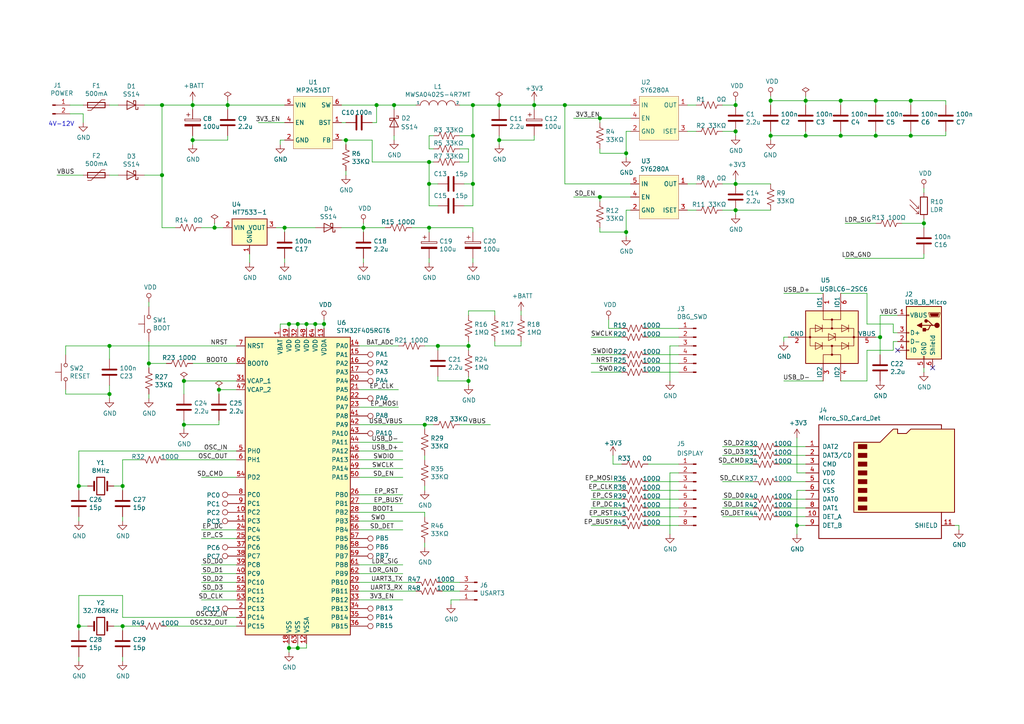
<source format=kicad_sch>
(kicad_sch (version 20210126) (generator eeschema)
  (paper "A4")
  (title_block (title "Video Frame") (date "2021-02-22") (rev "A") (company "ts-manuel"))
  (junction (at 22.86 140.97) (diameter 1.016))
  (junction (at 22.86 181.61) (diameter 1.016))
  (junction (at 31.75 100.33) (diameter 1.016))
  (junction (at 31.75 114.3) (diameter 1.016))
  (junction (at 35.56 140.97) (diameter 1.016))
  (junction (at 35.56 181.61) (diameter 1.016))
  (junction (at 43.18 105.41) (diameter 1.016))
  (junction (at 46.99 30.48) (diameter 1.016))
  (junction (at 46.99 50.8) (diameter 1.016))
  (junction (at 53.34 110.49) (diameter 1.016))
  (junction (at 53.34 123.19) (diameter 1.016))
  (junction (at 55.88 30.48) (diameter 1.016))
  (junction (at 55.88 40.64) (diameter 1.016))
  (junction (at 62.23 66.04) (diameter 1.016))
  (junction (at 63.5 113.03) (diameter 1.016))
  (junction (at 66.04 30.48) (diameter 1.016))
  (junction (at 82.55 66.04) (diameter 1.016))
  (junction (at 83.82 93.98) (diameter 1.016))
  (junction (at 83.82 187.96) (diameter 1.016))
  (junction (at 86.36 93.98) (diameter 1.016))
  (junction (at 86.36 187.96) (diameter 1.016))
  (junction (at 88.9 93.98) (diameter 1.016))
  (junction (at 91.44 93.98) (diameter 1.016))
  (junction (at 93.98 93.98) (diameter 1.016))
  (junction (at 100.33 40.64) (diameter 1.016))
  (junction (at 105.41 66.04) (diameter 1.016))
  (junction (at 109.22 30.48) (diameter 1.016))
  (junction (at 114.3 30.48) (diameter 1.016))
  (junction (at 123.19 123.19) (diameter 1.016))
  (junction (at 124.46 46.99) (diameter 1.016))
  (junction (at 124.46 53.34) (diameter 1.016))
  (junction (at 124.46 66.04) (diameter 1.016))
  (junction (at 127 100.33) (diameter 1.016))
  (junction (at 135.89 100.33) (diameter 1.016))
  (junction (at 135.89 110.49) (diameter 1.016))
  (junction (at 137.16 30.48) (diameter 1.016))
  (junction (at 137.16 39.37) (diameter 1.016))
  (junction (at 137.16 53.34) (diameter 1.016))
  (junction (at 144.78 30.48) (diameter 1.016))
  (junction (at 144.78 40.64) (diameter 1.016))
  (junction (at 154.94 30.48) (diameter 1.016))
  (junction (at 163.83 30.48) (diameter 1.016))
  (junction (at 173.99 34.29) (diameter 1.016))
  (junction (at 173.99 57.15) (diameter 1.016))
  (junction (at 181.61 44.45) (diameter 1.016))
  (junction (at 181.61 67.31) (diameter 1.016))
  (junction (at 213.36 30.48) (diameter 1.016))
  (junction (at 213.36 38.1) (diameter 1.016))
  (junction (at 213.36 53.34) (diameter 1.016))
  (junction (at 213.36 60.96) (diameter 1.016))
  (junction (at 223.52 29.21) (diameter 1.016))
  (junction (at 223.52 39.37) (diameter 1.016))
  (junction (at 231.14 152.4) (diameter 1.016))
  (junction (at 233.68 29.21) (diameter 1.016))
  (junction (at 233.68 39.37) (diameter 1.016))
  (junction (at 243.84 29.21) (diameter 1.016))
  (junction (at 243.84 39.37) (diameter 1.016))
  (junction (at 254 29.21) (diameter 1.016))
  (junction (at 254 39.37) (diameter 1.016))
  (junction (at 255.27 97.79) (diameter 1.016))
  (junction (at 264.16 29.21) (diameter 1.016))
  (junction (at 264.16 39.37) (diameter 1.016))
  (junction (at 267.97 64.77) (diameter 1.016))
  (no_connect (at 260.35 101.6))
  (no_connect (at 270.51 106.68))
  (wire (pts (xy 16.51 50.8) (xy 24.13 50.8)))
  (wire (pts (xy 19.05 100.33) (xy 19.05 102.87)))
  (wire (pts (xy 19.05 100.33) (xy 31.75 100.33)))
  (wire (pts (xy 19.05 113.03) (xy 19.05 114.3)))
  (wire (pts (xy 19.05 114.3) (xy 31.75 114.3)))
  (wire (pts (xy 20.32 30.48) (xy 24.13 30.48)))
  (wire (pts (xy 22.86 130.81) (xy 22.86 140.97)))
  (wire (pts (xy 22.86 140.97) (xy 22.86 142.24)))
  (wire (pts (xy 22.86 140.97) (xy 25.4 140.97)))
  (wire (pts (xy 22.86 149.86) (xy 22.86 151.13)))
  (wire (pts (xy 22.86 172.72) (xy 22.86 181.61)))
  (wire (pts (xy 22.86 181.61) (xy 22.86 182.88)))
  (wire (pts (xy 22.86 181.61) (xy 25.4 181.61)))
  (wire (pts (xy 22.86 190.5) (xy 22.86 191.77)))
  (wire (pts (xy 24.13 33.02) (xy 20.32 33.02)))
  (wire (pts (xy 24.13 35.56) (xy 24.13 33.02)))
  (wire (pts (xy 31.75 30.48) (xy 34.29 30.48)))
  (wire (pts (xy 31.75 50.8) (xy 34.29 50.8)))
  (wire (pts (xy 31.75 100.33) (xy 31.75 104.14)))
  (wire (pts (xy 31.75 100.33) (xy 68.58 100.33)))
  (wire (pts (xy 31.75 111.76) (xy 31.75 114.3)))
  (wire (pts (xy 31.75 114.3) (xy 31.75 115.57)))
  (wire (pts (xy 35.56 133.35) (xy 35.56 140.97)))
  (wire (pts (xy 35.56 133.35) (xy 40.64 133.35)))
  (wire (pts (xy 35.56 140.97) (xy 33.02 140.97)))
  (wire (pts (xy 35.56 142.24) (xy 35.56 140.97)))
  (wire (pts (xy 35.56 149.86) (xy 35.56 151.13)))
  (wire (pts (xy 35.56 172.72) (xy 22.86 172.72)))
  (wire (pts (xy 35.56 179.07) (xy 35.56 172.72)))
  (wire (pts (xy 35.56 179.07) (xy 68.58 179.07)))
  (wire (pts (xy 35.56 181.61) (xy 33.02 181.61)))
  (wire (pts (xy 35.56 181.61) (xy 40.64 181.61)))
  (wire (pts (xy 35.56 182.88) (xy 35.56 181.61)))
  (wire (pts (xy 35.56 190.5) (xy 35.56 191.77)))
  (wire (pts (xy 41.91 30.48) (xy 46.99 30.48)))
  (wire (pts (xy 41.91 50.8) (xy 46.99 50.8)))
  (wire (pts (xy 43.18 87.63) (xy 43.18 88.9)))
  (wire (pts (xy 43.18 99.06) (xy 43.18 105.41)))
  (wire (pts (xy 43.18 105.41) (xy 43.18 106.68)))
  (wire (pts (xy 43.18 105.41) (xy 48.26 105.41)))
  (wire (pts (xy 43.18 114.3) (xy 43.18 115.57)))
  (wire (pts (xy 46.99 30.48) (xy 46.99 50.8)))
  (wire (pts (xy 46.99 30.48) (xy 55.88 30.48)))
  (wire (pts (xy 46.99 50.8) (xy 46.99 66.04)))
  (wire (pts (xy 46.99 66.04) (xy 50.8 66.04)))
  (wire (pts (xy 48.26 133.35) (xy 68.58 133.35)))
  (wire (pts (xy 48.26 181.61) (xy 68.58 181.61)))
  (wire (pts (xy 53.34 110.49) (xy 53.34 114.3)))
  (wire (pts (xy 53.34 121.92) (xy 53.34 123.19)))
  (wire (pts (xy 53.34 123.19) (xy 53.34 124.46)))
  (wire (pts (xy 53.34 123.19) (xy 63.5 123.19)))
  (wire (pts (xy 55.88 30.48) (xy 55.88 29.21)))
  (wire (pts (xy 55.88 30.48) (xy 55.88 31.75)))
  (wire (pts (xy 55.88 30.48) (xy 66.04 30.48)))
  (wire (pts (xy 55.88 39.37) (xy 55.88 40.64)))
  (wire (pts (xy 55.88 40.64) (xy 55.88 41.91)))
  (wire (pts (xy 55.88 105.41) (xy 68.58 105.41)))
  (wire (pts (xy 58.42 66.04) (xy 62.23 66.04)))
  (wire (pts (xy 58.42 138.43) (xy 68.58 138.43)))
  (wire (pts (xy 58.42 153.67) (xy 68.58 153.67)))
  (wire (pts (xy 58.42 156.21) (xy 68.58 156.21)))
  (wire (pts (xy 58.42 163.83) (xy 68.58 163.83)))
  (wire (pts (xy 58.42 166.37) (xy 68.58 166.37)))
  (wire (pts (xy 58.42 168.91) (xy 68.58 168.91)))
  (wire (pts (xy 58.42 171.45) (xy 68.58 171.45)))
  (wire (pts (xy 58.42 173.99) (xy 68.58 173.99)))
  (wire (pts (xy 62.23 64.77) (xy 62.23 66.04)))
  (wire (pts (xy 62.23 66.04) (xy 64.77 66.04)))
  (wire (pts (xy 63.5 113.03) (xy 63.5 114.3)))
  (wire (pts (xy 63.5 123.19) (xy 63.5 121.92)))
  (wire (pts (xy 66.04 29.21) (xy 66.04 30.48)))
  (wire (pts (xy 66.04 30.48) (xy 66.04 31.75)))
  (wire (pts (xy 66.04 30.48) (xy 82.55 30.48)))
  (wire (pts (xy 66.04 39.37) (xy 66.04 40.64)))
  (wire (pts (xy 66.04 40.64) (xy 55.88 40.64)))
  (wire (pts (xy 68.58 110.49) (xy 53.34 110.49)))
  (wire (pts (xy 68.58 113.03) (xy 63.5 113.03)))
  (wire (pts (xy 68.58 130.81) (xy 22.86 130.81)))
  (wire (pts (xy 72.39 73.66) (xy 72.39 76.2)))
  (wire (pts (xy 74.93 35.56) (xy 82.55 35.56)))
  (wire (pts (xy 80.01 66.04) (xy 82.55 66.04)))
  (wire (pts (xy 81.28 40.64) (xy 81.28 41.91)))
  (wire (pts (xy 81.28 93.98) (xy 83.82 93.98)))
  (wire (pts (xy 81.28 95.25) (xy 81.28 93.98)))
  (wire (pts (xy 82.55 40.64) (xy 81.28 40.64)))
  (wire (pts (xy 82.55 66.04) (xy 82.55 67.31)))
  (wire (pts (xy 82.55 66.04) (xy 91.44 66.04)))
  (wire (pts (xy 82.55 74.93) (xy 82.55 76.2)))
  (wire (pts (xy 83.82 93.98) (xy 83.82 95.25)))
  (wire (pts (xy 83.82 186.69) (xy 83.82 187.96)))
  (wire (pts (xy 83.82 187.96) (xy 83.82 189.23)))
  (wire (pts (xy 83.82 187.96) (xy 86.36 187.96)))
  (wire (pts (xy 86.36 93.98) (xy 83.82 93.98)))
  (wire (pts (xy 86.36 93.98) (xy 86.36 95.25)))
  (wire (pts (xy 86.36 186.69) (xy 86.36 187.96)))
  (wire (pts (xy 86.36 187.96) (xy 88.9 187.96)))
  (wire (pts (xy 88.9 93.98) (xy 86.36 93.98)))
  (wire (pts (xy 88.9 93.98) (xy 88.9 95.25)))
  (wire (pts (xy 88.9 187.96) (xy 88.9 186.69)))
  (wire (pts (xy 91.44 93.98) (xy 88.9 93.98)))
  (wire (pts (xy 91.44 93.98) (xy 91.44 95.25)))
  (wire (pts (xy 93.98 92.71) (xy 93.98 93.98)))
  (wire (pts (xy 93.98 93.98) (xy 91.44 93.98)))
  (wire (pts (xy 93.98 93.98) (xy 93.98 95.25)))
  (wire (pts (xy 99.06 30.48) (xy 109.22 30.48)))
  (wire (pts (xy 99.06 35.56) (xy 100.33 35.56)))
  (wire (pts (xy 99.06 40.64) (xy 100.33 40.64)))
  (wire (pts (xy 99.06 66.04) (xy 105.41 66.04)))
  (wire (pts (xy 100.33 40.64) (xy 100.33 41.91)))
  (wire (pts (xy 100.33 49.53) (xy 100.33 50.8)))
  (wire (pts (xy 104.14 100.33) (xy 115.57 100.33)))
  (wire (pts (xy 104.14 113.03) (xy 115.57 113.03)))
  (wire (pts (xy 104.14 118.11) (xy 115.57 118.11)))
  (wire (pts (xy 104.14 123.19) (xy 123.19 123.19)))
  (wire (pts (xy 104.14 128.27) (xy 116.84 128.27)))
  (wire (pts (xy 104.14 130.81) (xy 116.84 130.81)))
  (wire (pts (xy 104.14 133.35) (xy 116.84 133.35)))
  (wire (pts (xy 104.14 135.89) (xy 116.84 135.89)))
  (wire (pts (xy 104.14 138.43) (xy 116.84 138.43)))
  (wire (pts (xy 104.14 143.51) (xy 116.84 143.51)))
  (wire (pts (xy 104.14 146.05) (xy 116.84 146.05)))
  (wire (pts (xy 104.14 148.59) (xy 123.19 148.59)))
  (wire (pts (xy 104.14 151.13) (xy 116.84 151.13)))
  (wire (pts (xy 104.14 153.67) (xy 116.84 153.67)))
  (wire (pts (xy 104.14 163.83) (xy 116.84 163.83)))
  (wire (pts (xy 104.14 166.37) (xy 116.84 166.37)))
  (wire (pts (xy 104.14 168.91) (xy 120.65 168.91)))
  (wire (pts (xy 104.14 171.45) (xy 120.65 171.45)))
  (wire (pts (xy 104.14 173.99) (xy 116.84 173.99)))
  (wire (pts (xy 105.41 66.04) (xy 105.41 64.77)))
  (wire (pts (xy 105.41 66.04) (xy 105.41 67.31)))
  (wire (pts (xy 105.41 66.04) (xy 111.76 66.04)))
  (wire (pts (xy 105.41 74.93) (xy 105.41 76.2)))
  (wire (pts (xy 107.95 35.56) (xy 109.22 35.56)))
  (wire (pts (xy 107.95 40.64) (xy 100.33 40.64)))
  (wire (pts (xy 107.95 46.99) (xy 107.95 40.64)))
  (wire (pts (xy 109.22 30.48) (xy 109.22 35.56)))
  (wire (pts (xy 109.22 30.48) (xy 114.3 30.48)))
  (wire (pts (xy 114.3 30.48) (xy 114.3 31.75)))
  (wire (pts (xy 114.3 30.48) (xy 120.65 30.48)))
  (wire (pts (xy 114.3 39.37) (xy 114.3 40.64)))
  (wire (pts (xy 123.19 100.33) (xy 127 100.33)))
  (wire (pts (xy 123.19 123.19) (xy 123.19 124.46)))
  (wire (pts (xy 123.19 123.19) (xy 125.73 123.19)))
  (wire (pts (xy 123.19 132.08) (xy 123.19 133.35)))
  (wire (pts (xy 123.19 140.97) (xy 123.19 142.24)))
  (wire (pts (xy 123.19 148.59) (xy 123.19 149.86)))
  (wire (pts (xy 123.19 157.48) (xy 123.19 158.75)))
  (wire (pts (xy 124.46 39.37) (xy 124.46 43.18)))
  (wire (pts (xy 124.46 43.18) (xy 125.73 43.18)))
  (wire (pts (xy 124.46 46.99) (xy 107.95 46.99)))
  (wire (pts (xy 124.46 46.99) (xy 124.46 53.34)))
  (wire (pts (xy 124.46 46.99) (xy 125.73 46.99)))
  (wire (pts (xy 124.46 53.34) (xy 124.46 59.69)))
  (wire (pts (xy 124.46 59.69) (xy 127 59.69)))
  (wire (pts (xy 124.46 66.04) (xy 119.38 66.04)))
  (wire (pts (xy 124.46 67.31) (xy 124.46 66.04)))
  (wire (pts (xy 124.46 74.93) (xy 124.46 76.2)))
  (wire (pts (xy 125.73 39.37) (xy 124.46 39.37)))
  (wire (pts (xy 127 53.34) (xy 124.46 53.34)))
  (wire (pts (xy 127 100.33) (xy 127 101.6)))
  (wire (pts (xy 127 100.33) (xy 135.89 100.33)))
  (wire (pts (xy 127 109.22) (xy 127 110.49)))
  (wire (pts (xy 128.27 168.91) (xy 133.35 168.91)))
  (wire (pts (xy 128.27 171.45) (xy 133.35 171.45)))
  (wire (pts (xy 130.81 173.99) (xy 130.81 175.26)))
  (wire (pts (xy 133.35 30.48) (xy 137.16 30.48)))
  (wire (pts (xy 133.35 39.37) (xy 137.16 39.37)))
  (wire (pts (xy 133.35 43.18) (xy 135.89 43.18)))
  (wire (pts (xy 133.35 123.19) (xy 142.24 123.19)))
  (wire (pts (xy 133.35 173.99) (xy 130.81 173.99)))
  (wire (pts (xy 134.62 59.69) (xy 137.16 59.69)))
  (wire (pts (xy 135.89 43.18) (xy 135.89 46.99)))
  (wire (pts (xy 135.89 46.99) (xy 133.35 46.99)))
  (wire (pts (xy 135.89 90.17) (xy 143.51 90.17)))
  (wire (pts (xy 135.89 91.44) (xy 135.89 90.17)))
  (wire (pts (xy 135.89 100.33) (xy 135.89 99.06)))
  (wire (pts (xy 135.89 100.33) (xy 135.89 101.6)))
  (wire (pts (xy 135.89 109.22) (xy 135.89 110.49)))
  (wire (pts (xy 135.89 110.49) (xy 127 110.49)))
  (wire (pts (xy 135.89 110.49) (xy 135.89 111.76)))
  (wire (pts (xy 137.16 30.48) (xy 144.78 30.48)))
  (wire (pts (xy 137.16 39.37) (xy 137.16 30.48)))
  (wire (pts (xy 137.16 39.37) (xy 137.16 53.34)))
  (wire (pts (xy 137.16 53.34) (xy 134.62 53.34)))
  (wire (pts (xy 137.16 53.34) (xy 137.16 59.69)))
  (wire (pts (xy 137.16 66.04) (xy 124.46 66.04)))
  (wire (pts (xy 137.16 67.31) (xy 137.16 66.04)))
  (wire (pts (xy 137.16 74.93) (xy 137.16 76.2)))
  (wire (pts (xy 143.51 90.17) (xy 143.51 91.44)))
  (wire (pts (xy 143.51 99.06) (xy 143.51 100.33)))
  (wire (pts (xy 143.51 100.33) (xy 151.13 100.33)))
  (wire (pts (xy 144.78 29.21) (xy 144.78 30.48)))
  (wire (pts (xy 144.78 30.48) (xy 144.78 31.75)))
  (wire (pts (xy 144.78 30.48) (xy 154.94 30.48)))
  (wire (pts (xy 144.78 39.37) (xy 144.78 40.64)))
  (wire (pts (xy 144.78 40.64) (xy 144.78 41.91)))
  (wire (pts (xy 151.13 90.17) (xy 151.13 91.44)))
  (wire (pts (xy 151.13 100.33) (xy 151.13 99.06)))
  (wire (pts (xy 154.94 29.21) (xy 154.94 30.48)))
  (wire (pts (xy 154.94 30.48) (xy 154.94 31.75)))
  (wire (pts (xy 154.94 30.48) (xy 163.83 30.48)))
  (wire (pts (xy 154.94 39.37) (xy 154.94 40.64)))
  (wire (pts (xy 154.94 40.64) (xy 144.78 40.64)))
  (wire (pts (xy 163.83 30.48) (xy 163.83 53.34)))
  (wire (pts (xy 163.83 30.48) (xy 182.88 30.48)))
  (wire (pts (xy 166.37 34.29) (xy 173.99 34.29)))
  (wire (pts (xy 166.37 57.15) (xy 173.99 57.15)))
  (wire (pts (xy 171.45 97.79) (xy 180.34 97.79)))
  (wire (pts (xy 171.45 102.87) (xy 180.34 102.87)))
  (wire (pts (xy 171.45 105.41) (xy 180.34 105.41)))
  (wire (pts (xy 171.45 107.95) (xy 180.34 107.95)))
  (wire (pts (xy 171.45 139.7) (xy 180.34 139.7)))
  (wire (pts (xy 171.45 142.24) (xy 180.34 142.24)))
  (wire (pts (xy 171.45 144.78) (xy 180.34 144.78)))
  (wire (pts (xy 171.45 147.32) (xy 180.34 147.32)))
  (wire (pts (xy 171.45 149.86) (xy 180.34 149.86)))
  (wire (pts (xy 171.45 152.4) (xy 180.34 152.4)))
  (wire (pts (xy 173.99 34.29) (xy 182.88 34.29)))
  (wire (pts (xy 173.99 35.56) (xy 173.99 34.29)))
  (wire (pts (xy 173.99 43.18) (xy 173.99 44.45)))
  (wire (pts (xy 173.99 44.45) (xy 181.61 44.45)))
  (wire (pts (xy 173.99 57.15) (xy 173.99 58.42)))
  (wire (pts (xy 173.99 57.15) (xy 182.88 57.15)))
  (wire (pts (xy 173.99 66.04) (xy 173.99 67.31)))
  (wire (pts (xy 173.99 67.31) (xy 181.61 67.31)))
  (wire (pts (xy 176.53 95.25) (xy 176.53 92.71)))
  (wire (pts (xy 177.8 134.62) (xy 177.8 132.08)))
  (wire (pts (xy 180.34 95.25) (xy 176.53 95.25)))
  (wire (pts (xy 180.34 134.62) (xy 177.8 134.62)))
  (wire (pts (xy 181.61 38.1) (xy 181.61 44.45)))
  (wire (pts (xy 181.61 44.45) (xy 181.61 45.72)))
  (wire (pts (xy 181.61 60.96) (xy 181.61 67.31)))
  (wire (pts (xy 181.61 67.31) (xy 181.61 68.58)))
  (wire (pts (xy 182.88 38.1) (xy 181.61 38.1)))
  (wire (pts (xy 182.88 53.34) (xy 163.83 53.34)))
  (wire (pts (xy 182.88 60.96) (xy 181.61 60.96)))
  (wire (pts (xy 187.96 95.25) (xy 196.85 95.25)))
  (wire (pts (xy 187.96 97.79) (xy 196.85 97.79)))
  (wire (pts (xy 187.96 102.87) (xy 196.85 102.87)))
  (wire (pts (xy 187.96 105.41) (xy 196.85 105.41)))
  (wire (pts (xy 187.96 107.95) (xy 196.85 107.95)))
  (wire (pts (xy 187.96 134.62) (xy 196.85 134.62)))
  (wire (pts (xy 187.96 139.7) (xy 196.85 139.7)))
  (wire (pts (xy 187.96 142.24) (xy 196.85 142.24)))
  (wire (pts (xy 187.96 144.78) (xy 196.85 144.78)))
  (wire (pts (xy 187.96 147.32) (xy 196.85 147.32)))
  (wire (pts (xy 187.96 149.86) (xy 196.85 149.86)))
  (wire (pts (xy 187.96 152.4) (xy 196.85 152.4)))
  (wire (pts (xy 194.31 100.33) (xy 194.31 110.49)))
  (wire (pts (xy 194.31 100.33) (xy 196.85 100.33)))
  (wire (pts (xy 194.31 137.16) (xy 194.31 154.94)))
  (wire (pts (xy 196.85 137.16) (xy 194.31 137.16)))
  (wire (pts (xy 199.39 30.48) (xy 201.93 30.48)))
  (wire (pts (xy 199.39 38.1) (xy 201.93 38.1)))
  (wire (pts (xy 199.39 53.34) (xy 201.93 53.34)))
  (wire (pts (xy 199.39 60.96) (xy 201.93 60.96)))
  (wire (pts (xy 209.55 30.48) (xy 213.36 30.48)))
  (wire (pts (xy 209.55 38.1) (xy 213.36 38.1)))
  (wire (pts (xy 209.55 53.34) (xy 213.36 53.34)))
  (wire (pts (xy 209.55 129.54) (xy 218.44 129.54)))
  (wire (pts (xy 209.55 132.08) (xy 218.44 132.08)))
  (wire (pts (xy 209.55 134.62) (xy 218.44 134.62)))
  (wire (pts (xy 209.55 139.7) (xy 218.44 139.7)))
  (wire (pts (xy 209.55 144.78) (xy 218.44 144.78)))
  (wire (pts (xy 209.55 147.32) (xy 218.44 147.32)))
  (wire (pts (xy 209.55 149.86) (xy 218.44 149.86)))
  (wire (pts (xy 213.36 30.48) (xy 213.36 29.21)))
  (wire (pts (xy 213.36 39.37) (xy 213.36 38.1)))
  (wire (pts (xy 213.36 52.07) (xy 213.36 53.34)))
  (wire (pts (xy 213.36 53.34) (xy 223.52 53.34)))
  (wire (pts (xy 213.36 60.96) (xy 209.55 60.96)))
  (wire (pts (xy 213.36 60.96) (xy 223.52 60.96)))
  (wire (pts (xy 213.36 62.23) (xy 213.36 60.96)))
  (wire (pts (xy 223.52 27.94) (xy 223.52 29.21)))
  (wire (pts (xy 223.52 29.21) (xy 223.52 30.48)))
  (wire (pts (xy 223.52 39.37) (xy 223.52 38.1)))
  (wire (pts (xy 223.52 40.64) (xy 223.52 39.37)))
  (wire (pts (xy 226.06 129.54) (xy 233.68 129.54)))
  (wire (pts (xy 226.06 132.08) (xy 233.68 132.08)))
  (wire (pts (xy 226.06 134.62) (xy 233.68 134.62)))
  (wire (pts (xy 226.06 139.7) (xy 233.68 139.7)))
  (wire (pts (xy 226.06 144.78) (xy 233.68 144.78)))
  (wire (pts (xy 226.06 147.32) (xy 233.68 147.32)))
  (wire (pts (xy 226.06 149.86) (xy 233.68 149.86)))
  (wire (pts (xy 227.33 85.09) (xy 238.76 85.09)))
  (wire (pts (xy 227.33 97.79) (xy 227.33 99.06)))
  (wire (pts (xy 227.33 110.49) (xy 238.76 110.49)))
  (wire (pts (xy 228.6 97.79) (xy 227.33 97.79)))
  (wire (pts (xy 231.14 137.16) (xy 231.14 127)))
  (wire (pts (xy 231.14 142.24) (xy 231.14 152.4)))
  (wire (pts (xy 231.14 152.4) (xy 231.14 154.94)))
  (wire (pts (xy 231.14 152.4) (xy 233.68 152.4)))
  (wire (pts (xy 233.68 27.94) (xy 233.68 29.21)))
  (wire (pts (xy 233.68 29.21) (xy 223.52 29.21)))
  (wire (pts (xy 233.68 29.21) (xy 233.68 30.48)))
  (wire (pts (xy 233.68 38.1) (xy 233.68 39.37)))
  (wire (pts (xy 233.68 39.37) (xy 223.52 39.37)))
  (wire (pts (xy 233.68 137.16) (xy 231.14 137.16)))
  (wire (pts (xy 233.68 142.24) (xy 231.14 142.24)))
  (wire (pts (xy 243.84 29.21) (xy 233.68 29.21)))
  (wire (pts (xy 243.84 30.48) (xy 243.84 29.21)))
  (wire (pts (xy 243.84 38.1) (xy 243.84 39.37)))
  (wire (pts (xy 243.84 39.37) (xy 233.68 39.37)))
  (wire (pts (xy 245.11 64.77) (xy 254 64.77)))
  (wire (pts (xy 245.11 74.93) (xy 267.97 74.93)))
  (wire (pts (xy 251.46 85.09) (xy 243.84 85.09)))
  (wire (pts (xy 251.46 85.09) (xy 251.46 93.98)))
  (wire (pts (xy 251.46 101.6) (xy 251.46 110.49)))
  (wire (pts (xy 251.46 110.49) (xy 243.84 110.49)))
  (wire (pts (xy 254 29.21) (xy 243.84 29.21)))
  (wire (pts (xy 254 29.21) (xy 254 30.48)))
  (wire (pts (xy 254 29.21) (xy 264.16 29.21)))
  (wire (pts (xy 254 38.1) (xy 254 39.37)))
  (wire (pts (xy 254 39.37) (xy 243.84 39.37)))
  (wire (pts (xy 254 97.79) (xy 255.27 97.79)))
  (wire (pts (xy 255.27 91.44) (xy 255.27 97.79)))
  (wire (pts (xy 255.27 91.44) (xy 260.35 91.44)))
  (wire (pts (xy 255.27 97.79) (xy 255.27 102.87)))
  (wire (pts (xy 259.08 93.98) (xy 251.46 93.98)))
  (wire (pts (xy 259.08 96.52) (xy 259.08 93.98)))
  (wire (pts (xy 259.08 99.06) (xy 259.08 101.6)))
  (wire (pts (xy 259.08 101.6) (xy 251.46 101.6)))
  (wire (pts (xy 260.35 96.52) (xy 259.08 96.52)))
  (wire (pts (xy 260.35 99.06) (xy 259.08 99.06)))
  (wire (pts (xy 261.62 64.77) (xy 267.97 64.77)))
  (wire (pts (xy 264.16 29.21) (xy 264.16 30.48)))
  (wire (pts (xy 264.16 38.1) (xy 264.16 39.37)))
  (wire (pts (xy 264.16 39.37) (xy 254 39.37)))
  (wire (pts (xy 267.97 54.61) (xy 267.97 55.88)))
  (wire (pts (xy 267.97 63.5) (xy 267.97 64.77)))
  (wire (pts (xy 267.97 64.77) (xy 267.97 66.04)))
  (wire (pts (xy 267.97 73.66) (xy 267.97 74.93)))
  (wire (pts (xy 267.97 106.68) (xy 267.97 107.95)))
  (wire (pts (xy 274.32 29.21) (xy 264.16 29.21)))
  (wire (pts (xy 274.32 30.48) (xy 274.32 29.21)))
  (wire (pts (xy 274.32 38.1) (xy 274.32 39.37)))
  (wire (pts (xy 274.32 39.37) (xy 264.16 39.37)))
  (wire (pts (xy 276.86 152.4) (xy 278.13 152.4)))
  (wire (pts (xy 278.13 152.4) (xy 278.13 153.67)))
  (text "4V-12V" (at 21.59 36.83 180) (effects (font (size 1.27 1.27)) (justify right bottom)))
  (label "VBUS" (at 21.59 50.8 180))
  (label "SD_CMD" (at 64.77 138.43 180))
  (label "EP_DC" (at 64.77 153.67 180))
  (label "EP_CS" (at 64.77 156.21 180))
  (label "SD_D0" (at 64.77 163.83 180))
  (label "SD_D1" (at 64.77 166.37 180))
  (label "SD_D2" (at 64.77 168.91 180))
  (label "SD_D3" (at 64.77 171.45 180))
  (label "SD_CLK" (at 64.77 173.99 180))
  (label "NRST" (at 66.04 100.33 180))
  (label "BOOT0" (at 66.04 105.41 180))
  (label "OSC_IN" (at 66.04 130.81 180))
  (label "OSC_OUT" (at 66.04 133.35 180))
  (label "OSC32_IN" (at 66.04 179.07 180))
  (label "OSC32_OUT" (at 66.04 181.61 180))
  (label "3V3_EN" (at 81.28 35.56 180))
  (label "SWO" (at 111.76 151.13 180))
  (label "BAT_ADC" (at 114.3 100.33 180))
  (label "EP_CLK" (at 114.3 113.03 180))
  (label "SWDIO" (at 114.3 133.35 180))
  (label "SWCLK" (at 114.3 135.89 180))
  (label "SD_EN" (at 114.3 138.43 180))
  (label "BOOT1" (at 114.3 148.59 180))
  (label "SD_DET" (at 114.3 153.67 180))
  (label "3V3_EN" (at 114.3 173.99 180))
  (label "EP_MOSI" (at 115.57 118.11 180))
  (label "USB_D-" (at 115.57 128.27 180))
  (label "USB_D+" (at 115.57 130.81 180))
  (label "EP_RST" (at 115.57 143.51 180))
  (label "LDR_SIG" (at 115.57 163.83 180))
  (label "LDR_GND" (at 115.57 166.37 180))
  (label "USB_VBUS" (at 116.84 123.19 180))
  (label "EP_BUSY" (at 116.84 146.05 180))
  (label "UART3_TX" (at 116.84 168.91 180))
  (label "UART3_RX" (at 116.84 171.45 180))
  (label "VBUS" (at 140.97 123.19 180))
  (label "SD_EN" (at 172.72 57.15 180))
  (label "3V3_EN" (at 173.99 34.29 180))
  (label "SWCLK" (at 177.8 97.79 180))
  (label "SWDIO" (at 177.8 102.87 180))
  (label "NRST" (at 177.8 105.41 180))
  (label "SWO" (at 177.8 107.95 180))
  (label "EP_MOSI" (at 177.8 139.7 180))
  (label "EP_CLK" (at 177.8 142.24 180))
  (label "EP_CS" (at 177.8 144.78 180))
  (label "EP_DC" (at 177.8 147.32 180))
  (label "EP_RST" (at 177.8 149.86 180))
  (label "EP_BUSY" (at 177.8 152.4 180))
  (label "SD_D2" (at 215.9 129.54 180))
  (label "SD_D3" (at 215.9 132.08 180))
  (label "SD_CMD" (at 215.9 134.62 180))
  (label "SD_CLK" (at 215.9 139.7 180))
  (label "SD_D0" (at 215.9 144.78 180))
  (label "SD_D1" (at 215.9 147.32 180))
  (label "SD_DET" (at 215.9 149.86 180))
  (label "USB_D+" (at 234.95 85.09 180))
  (label "USB_D-" (at 234.95 110.49 180))
  (label "LDR_SIG" (at 252.73 64.77 180))
  (label "LDR_GND" (at 252.73 74.93 180))
  (label "VBUS" (at 260.35 91.44 180))
  (symbol (lib_id "power:PWR_FLAG") (at 53.34 110.49 0) (unit 1)
    (property "Reference" "#FLG05" (effects hide))
    (property "Value" "PWR_FLAG" (effects hide))
  )
  (symbol (lib_id "power:PWR_FLAG") (at 62.23 64.77 0) (unit 1)
    (property "Reference" "#FLG04" (effects hide))
    (property "Value" "PWR_FLAG" (effects hide))
  )
  (symbol (lib_id "power:PWR_FLAG") (at 63.5 113.03 0) (unit 1)
    (property "Reference" "#FLG06" (effects hide))
    (property "Value" "PWR_FLAG" (effects hide))
  )
  (symbol (lib_id "power:PWR_FLAG") (at 66.04 29.21 0) (unit 1)
    (property "Reference" "#FLG02" (effects hide))
    (property "Value" "PWR_FLAG" (effects hide))
  )
  (symbol (lib_id "power:PWR_FLAG") (at 144.78 29.21 0) (unit 1)
    (property "Reference" "#FLG03" (effects hide))
    (property "Value" "PWR_FLAG" (effects hide))
  )
  (symbol (lib_id "power:PWR_FLAG") (at 233.68 27.94 0) (unit 1)
    (property "Reference" "#FLG01" (effects hide))
    (property "Value" "PWR_FLAG" (effects hide))
  )
  (symbol (lib_id "power:VDD") (at 43.18 87.63 0) (unit 1)
    (property "Reference" "#PWR024" (effects hide))
    (property "Value" "VDD" (at 43.6118 83.3056 0))
  )
  (symbol (lib_id "power:VDD") (at 93.98 92.71 0) (unit 1)
    (property "Reference" "#PWR026" (effects hide))
    (property "Value" "VDD" (at 94.4118 88.3856 0))
  )
  (symbol (lib_id "power:VDD") (at 105.41 64.77 0) (unit 1)
    (property "Reference" "#PWR017" (effects hide))
    (property "Value" "VDD" (at 105.8418 60.4456 0))
  )
  (symbol (lib_id "power:VDD") (at 176.53 92.71 0) (unit 1)
    (property "Reference" "#PWR027" (effects hide))
    (property "Value" "VDD" (at 176.9618 88.3856 0))
  )
  (symbol (lib_id "power:VDD") (at 213.36 29.21 0) (unit 1)
    (property "Reference" "#PWR04" (effects hide))
    (property "Value" "VDD" (at 213.7918 24.8856 0))
  )
  (symbol (lib_id "power:VDD") (at 223.52 27.94 0) (unit 1)
    (property "Reference" "#PWR01" (effects hide))
    (property "Value" "VDD" (at 223.9518 23.6156 0))
  )
  (symbol (lib_id "power:VDD") (at 267.97 54.61 0) (unit 1)
    (property "Reference" "#PWR015" (effects hide))
    (property "Value" "VDD" (at 268.4018 50.2856 0))
  )
  (symbol (lib_id "Connector:TestPoint") (at 68.58 143.51 90) (unit 1)
    (property "Reference" "TP8" (effects hide))
    (property "Value" "PC0" (at 63.881 143.631 90) (effects (justify left)))
    (property "Footprint" "TestPoint:TestPoint_Pad_D1.0mm" (effects hide))
    (property "LCSC" "-" (effects hide))
    (property "LCSC Footprint" "-" (effects hide))
  )
  (symbol (lib_id "Connector:TestPoint") (at 68.58 146.05 90) (unit 1)
    (property "Reference" "TP9" (effects hide))
    (property "Value" "PC1" (at 63.881 146.171 90) (effects (justify left)))
    (property "Footprint" "TestPoint:TestPoint_Pad_D1.0mm" (effects hide))
    (property "LCSC" "-" (effects hide))
    (property "LCSC Footprint" "-" (effects hide))
  )
  (symbol (lib_id "Connector:TestPoint") (at 68.58 148.59 90) (unit 1)
    (property "Reference" "TP10" (effects hide))
    (property "Value" "PC2" (at 63.881 148.711 90) (effects (justify left)))
    (property "Footprint" "TestPoint:TestPoint_Pad_D1.0mm" (effects hide))
    (property "LCSC" "-" (effects hide))
    (property "LCSC Footprint" "-" (effects hide))
  )
  (symbol (lib_id "Connector:TestPoint") (at 68.58 151.13 90) (unit 1)
    (property "Reference" "TP11" (effects hide))
    (property "Value" "PC3" (at 63.881 151.251 90) (effects (justify left)))
    (property "Footprint" "TestPoint:TestPoint_Pad_D1.0mm" (effects hide))
    (property "LCSC" "-" (effects hide))
    (property "LCSC Footprint" "-" (effects hide))
  )
  (symbol (lib_id "Connector:TestPoint") (at 68.58 158.75 90) (unit 1)
    (property "Reference" "TP13" (effects hide))
    (property "Value" "PC6" (at 63.881 158.871 90) (effects (justify left)))
    (property "Footprint" "TestPoint:TestPoint_Pad_D1.0mm" (effects hide))
    (property "LCSC" "-" (effects hide))
    (property "LCSC Footprint" "-" (effects hide))
  )
  (symbol (lib_id "Connector:TestPoint") (at 68.58 161.29 90) (unit 1)
    (property "Reference" "TP15" (effects hide))
    (property "Value" "PC7" (at 63.881 161.411 90) (effects (justify left)))
    (property "Footprint" "TestPoint:TestPoint_Pad_D1.0mm" (effects hide))
    (property "LCSC" "-" (effects hide))
    (property "LCSC Footprint" "-" (effects hide))
  )
  (symbol (lib_id "Connector:TestPoint") (at 68.58 176.53 90) (unit 1)
    (property "Reference" "TP17" (effects hide))
    (property "Value" "PC13" (at 63.881 176.651 90) (effects (justify left)))
    (property "Footprint" "TestPoint:TestPoint_Pad_D1.0mm" (effects hide))
    (property "LCSC" "-" (effects hide))
    (property "LCSC Footprint" "-" (effects hide))
  )
  (symbol (lib_id "Connector:TestPoint") (at 104.14 102.87 270) (unit 1)
    (property "Reference" "TP1" (effects hide))
    (property "Value" "PA1" (at 108.839 102.749 90) (effects (justify left)))
    (property "Footprint" "TestPoint:TestPoint_Pad_D1.0mm" (effects hide))
    (property "LCSC" "-" (effects hide))
    (property "LCSC Footprint" "-" (effects hide))
  )
  (symbol (lib_id "Connector:TestPoint") (at 104.14 105.41 270) (unit 1)
    (property "Reference" "TP2" (effects hide))
    (property "Value" "PA2" (at 108.839 105.289 90) (effects (justify left)))
    (property "Footprint" "TestPoint:TestPoint_Pad_D1.0mm" (effects hide))
    (property "LCSC" "-" (effects hide))
    (property "LCSC Footprint" "-" (effects hide))
  )
  (symbol (lib_id "Connector:TestPoint") (at 104.14 107.95 270) (unit 1)
    (property "Reference" "TP3" (effects hide))
    (property "Value" "PA3" (at 108.839 107.829 90) (effects (justify left)))
    (property "Footprint" "TestPoint:TestPoint_Pad_D1.0mm" (effects hide))
    (property "LCSC" "-" (effects hide))
    (property "LCSC Footprint" "-" (effects hide))
  )
  (symbol (lib_id "Connector:TestPoint") (at 104.14 110.49 270) (unit 1)
    (property "Reference" "TP4" (effects hide))
    (property "Value" "PA4" (at 108.839 110.369 90) (effects (justify left)))
    (property "Footprint" "TestPoint:TestPoint_Pad_D1.0mm" (effects hide))
    (property "LCSC" "-" (effects hide))
    (property "LCSC Footprint" "-" (effects hide))
  )
  (symbol (lib_id "Connector:TestPoint") (at 104.14 115.57 270) (unit 1)
    (property "Reference" "TP5" (effects hide))
    (property "Value" "PA6" (at 108.839 115.449 90) (effects (justify left)))
    (property "Footprint" "TestPoint:TestPoint_Pad_D1.0mm" (effects hide))
    (property "LCSC" "-" (effects hide))
    (property "LCSC Footprint" "-" (effects hide))
  )
  (symbol (lib_id "Connector:TestPoint") (at 104.14 120.65 270) (unit 1)
    (property "Reference" "TP6" (effects hide))
    (property "Value" "PA8" (at 108.839 120.529 90) (effects (justify left)))
    (property "Footprint" "TestPoint:TestPoint_Pad_D1.0mm" (effects hide))
    (property "LCSC" "-" (effects hide))
    (property "LCSC Footprint" "-" (effects hide))
  )
  (symbol (lib_id "Connector:TestPoint") (at 104.14 125.73 270) (unit 1)
    (property "Reference" "TP7" (effects hide))
    (property "Value" "PA10" (at 108.839 125.609 90) (effects (justify left)))
    (property "Footprint" "TestPoint:TestPoint_Pad_D1.0mm" (effects hide))
    (property "LCSC" "-" (effects hide))
    (property "LCSC Footprint" "-" (effects hide))
  )
  (symbol (lib_id "Connector:TestPoint") (at 104.14 156.21 270) (unit 1)
    (property "Reference" "TP12" (effects hide))
    (property "Value" "PB5" (at 108.839 156.089 90) (effects (justify left)))
    (property "Footprint" "TestPoint:TestPoint_Pad_D1.0mm" (effects hide))
    (property "LCSC" "-" (effects hide))
    (property "LCSC Footprint" "-" (effects hide))
  )
  (symbol (lib_id "Connector:TestPoint") (at 104.14 158.75 270) (unit 1)
    (property "Reference" "TP14" (effects hide))
    (property "Value" "PB6" (at 108.839 158.629 90) (effects (justify left)))
    (property "Footprint" "TestPoint:TestPoint_Pad_D1.0mm" (effects hide))
    (property "LCSC" "-" (effects hide))
    (property "LCSC Footprint" "-" (effects hide))
  )
  (symbol (lib_id "Connector:TestPoint") (at 104.14 161.29 270) (unit 1)
    (property "Reference" "TP16" (effects hide))
    (property "Value" "PB7" (at 108.839 161.169 90) (effects (justify left)))
    (property "Footprint" "TestPoint:TestPoint_Pad_D1.0mm" (effects hide))
    (property "LCSC" "-" (effects hide))
    (property "LCSC Footprint" "-" (effects hide))
  )
  (symbol (lib_id "Connector:TestPoint") (at 104.14 176.53 270) (unit 1)
    (property "Reference" "TP18" (effects hide))
    (property "Value" "PB13" (at 108.839 176.409 90) (effects (justify left)))
    (property "Footprint" "TestPoint:TestPoint_Pad_D1.0mm" (effects hide))
    (property "LCSC" "-" (effects hide))
    (property "LCSC Footprint" "-" (effects hide))
  )
  (symbol (lib_id "Connector:TestPoint") (at 104.14 179.07 270) (unit 1)
    (property "Reference" "TP19" (effects hide))
    (property "Value" "PB14" (at 108.839 178.949 90) (effects (justify left)))
    (property "Footprint" "TestPoint:TestPoint_Pad_D1.0mm" (effects hide))
    (property "LCSC" "-" (effects hide))
    (property "LCSC Footprint" "-" (effects hide))
  )
  (symbol (lib_id "Connector:TestPoint") (at 104.14 181.61 270) (unit 1)
    (property "Reference" "TP20" (effects hide))
    (property "Value" "PB15" (at 108.839 181.489 90) (effects (justify left)))
    (property "Footprint" "TestPoint:TestPoint_Pad_D1.0mm" (effects hide))
    (property "LCSC" "-" (effects hide))
    (property "LCSC Footprint" "-" (effects hide))
  )
  (symbol (lib_id "power:+BATT") (at 55.88 29.21 0) (unit 1)
    (property "Reference" "#PWR02" (effects hide))
    (property "Value" "+BATT" (at 56.2483 24.8856 0))
  )
  (symbol (lib_id "power:+BATT") (at 151.13 90.17 0) (unit 1)
    (property "Reference" "#PWR025" (effects hide))
    (property "Value" "+BATT" (at 151.4983 85.8456 0))
  )
  (symbol (lib_name "power:+3V3_1") (lib_id "power:+3V3") (at 154.94 29.21 0) (unit 1)
    (property "Reference" "#PWR03" (effects hide))
    (property "Value" "+3V3" (at 154.94 25.654 0))
  )
  (symbol (lib_id "power:+3V3") (at 177.8 132.08 0) (unit 1)
    (property "Reference" "#PWR037" (effects hide))
    (property "Value" "+3V3" (at 177.8 128.524 0))
  )
  (symbol (lib_id "myLib:+3V3_SD") (at 213.36 52.07 0) (unit 1)
    (property "Reference" "#PWR014" (effects hide))
    (property "Value" "+3V3_SD" (at 213.7283 47.7456 0))
  )
  (symbol (lib_id "myLib:+3V3_SD") (at 231.14 127 0) (unit 1)
    (property "Reference" "#PWR036" (effects hide))
    (property "Value" "+3V3_SD" (at 231.5083 122.6756 0))
  )
  (symbol (lib_id "power:GND") (at 22.86 151.13 0) (unit 1)
    (property "Reference" "#PWR039" (effects hide))
    (property "Value" "GND" (at 22.9743 155.4544 0))
  )
  (symbol (lib_id "power:GND") (at 22.86 191.77 0) (unit 1)
    (property "Reference" "#PWR047" (effects hide))
    (property "Value" "GND" (at 22.9743 196.0944 0))
  )
  (symbol (lib_id "power:GND") (at 24.13 35.56 0) (unit 1)
    (property "Reference" "#PWR05" (effects hide))
    (property "Value" "GND" (at 24.2443 39.8844 0))
  )
  (symbol (lib_id "power:GND") (at 31.75 115.57 0) (unit 1)
    (property "Reference" "#PWR033" (effects hide))
    (property "Value" "GND" (at 31.8643 119.8944 0))
  )
  (symbol (lib_id "power:GND") (at 35.56 151.13 0) (unit 1)
    (property "Reference" "#PWR040" (effects hide))
    (property "Value" "GND" (at 35.6743 155.4544 0))
  )
  (symbol (lib_id "power:GND") (at 35.56 191.77 0) (unit 1)
    (property "Reference" "#PWR048" (effects hide))
    (property "Value" "GND" (at 35.6743 196.0944 0))
  )
  (symbol (lib_id "power:GND") (at 43.18 115.57 0) (unit 1)
    (property "Reference" "#PWR034" (effects hide))
    (property "Value" "GND" (at 43.2943 119.8944 0))
  )
  (symbol (lib_id "power:GND") (at 53.34 124.46 0) (unit 1)
    (property "Reference" "#PWR035" (effects hide))
    (property "Value" "GND" (at 53.4543 128.7844 0))
  )
  (symbol (lib_id "power:GND") (at 55.88 41.91 0) (unit 1)
    (property "Reference" "#PWR09" (effects hide))
    (property "Value" "GND" (at 55.9943 46.2344 0))
  )
  (symbol (lib_id "power:GND") (at 72.39 76.2 0) (unit 1)
    (property "Reference" "#PWR019" (effects hide))
    (property "Value" "GND" (at 72.5043 80.5244 0))
  )
  (symbol (lib_id "power:GND") (at 81.28 41.91 0) (unit 1)
    (property "Reference" "#PWR010" (effects hide))
    (property "Value" "GND" (at 81.3943 46.2344 0))
  )
  (symbol (lib_id "power:GND") (at 82.55 76.2 0) (unit 1)
    (property "Reference" "#PWR020" (effects hide))
    (property "Value" "GND" (at 82.6643 80.5244 0))
  )
  (symbol (lib_id "power:GND") (at 83.82 189.23 0) (unit 1)
    (property "Reference" "#PWR046" (effects hide))
    (property "Value" "GND" (at 83.9343 193.5544 0))
  )
  (symbol (lib_id "power:GND") (at 100.33 50.8 0) (unit 1)
    (property "Reference" "#PWR013" (effects hide))
    (property "Value" "GND" (at 100.4443 55.1244 0))
  )
  (symbol (lib_id "power:GND") (at 105.41 76.2 0) (unit 1)
    (property "Reference" "#PWR021" (effects hide))
    (property "Value" "GND" (at 105.5243 80.5244 0))
  )
  (symbol (lib_id "power:GND") (at 114.3 40.64 0) (unit 1)
    (property "Reference" "#PWR07" (effects hide))
    (property "Value" "GND" (at 114.4143 44.9644 0))
  )
  (symbol (lib_id "power:GND") (at 123.19 142.24 0) (unit 1)
    (property "Reference" "#PWR038" (effects hide))
    (property "Value" "GND" (at 123.3043 146.5644 0))
  )
  (symbol (lib_id "power:GND") (at 123.19 158.75 0) (unit 1)
    (property "Reference" "#PWR044" (effects hide))
    (property "Value" "GND" (at 123.3043 163.0744 0))
  )
  (symbol (lib_id "power:GND") (at 124.46 76.2 0) (unit 1)
    (property "Reference" "#PWR022" (effects hide))
    (property "Value" "GND" (at 124.5743 80.5244 0))
  )
  (symbol (lib_id "power:GND") (at 130.81 175.26 0) (unit 1)
    (property "Reference" "#PWR045" (effects hide))
    (property "Value" "GND" (at 130.9243 179.5844 0))
  )
  (symbol (lib_id "power:GND") (at 135.89 111.76 0) (unit 1)
    (property "Reference" "#PWR032" (effects hide))
    (property "Value" "GND" (at 136.0043 116.0844 0))
  )
  (symbol (lib_id "power:GND") (at 137.16 76.2 0) (unit 1)
    (property "Reference" "#PWR023" (effects hide))
    (property "Value" "GND" (at 137.2743 80.5244 0))
  )
  (symbol (lib_id "power:GND") (at 144.78 41.91 0) (unit 1)
    (property "Reference" "#PWR011" (effects hide))
    (property "Value" "GND" (at 144.8943 46.2344 0))
  )
  (symbol (lib_id "power:GND") (at 181.61 45.72 0) (unit 1)
    (property "Reference" "#PWR012" (effects hide))
    (property "Value" "GND" (at 181.7243 50.0444 0))
  )
  (symbol (lib_id "power:GND") (at 181.61 68.58 0) (unit 1)
    (property "Reference" "#PWR018" (effects hide))
    (property "Value" "GND" (at 181.7243 72.9044 0))
  )
  (symbol (lib_id "power:GND") (at 194.31 110.49 0) (unit 1)
    (property "Reference" "#PWR030" (effects hide))
    (property "Value" "GND" (at 194.4243 114.8144 0))
  )
  (symbol (lib_id "power:GND") (at 194.31 154.94 0) (unit 1)
    (property "Reference" "#PWR042" (effects hide))
    (property "Value" "GND" (at 194.4243 159.2644 0))
  )
  (symbol (lib_id "power:GND") (at 213.36 39.37 0) (unit 1)
    (property "Reference" "#PWR06" (effects hide))
    (property "Value" "GND" (at 213.4743 43.6944 0))
  )
  (symbol (lib_id "power:GND") (at 213.36 62.23 0) (unit 1)
    (property "Reference" "#PWR016" (effects hide))
    (property "Value" "GND" (at 213.4743 66.5544 0))
  )
  (symbol (lib_id "power:GND") (at 223.52 40.64 0) (mirror y) (unit 1)
    (property "Reference" "#PWR08" (effects hide))
    (property "Value" "GND" (at 223.4057 44.9644 0))
  )
  (symbol (lib_id "power:GND") (at 227.33 99.06 0) (unit 1)
    (property "Reference" "#PWR028" (effects hide))
    (property "Value" "GND" (at 227.4443 103.3844 0))
  )
  (symbol (lib_id "power:GND") (at 231.14 154.94 0) (unit 1)
    (property "Reference" "#PWR043" (effects hide))
    (property "Value" "GND" (at 231.2543 159.2644 0))
  )
  (symbol (lib_id "power:GND") (at 255.27 110.49 0) (unit 1)
    (property "Reference" "#PWR031" (effects hide))
    (property "Value" "GND" (at 255.3843 114.8144 0))
  )
  (symbol (lib_id "power:GND") (at 267.97 107.95 0) (unit 1)
    (property "Reference" "#PWR029" (effects hide))
    (property "Value" "GND" (at 268.0843 112.2744 0))
  )
  (symbol (lib_id "power:GND") (at 278.13 153.67 0) (unit 1)
    (property "Reference" "#PWR041" (effects hide))
    (property "Value" "GND" (at 278.2443 157.9944 0))
  )
  (symbol (lib_id "Device:R_US") (at 43.18 110.49 0) (unit 1)
    (property "Reference" "R27" (at 44.8311 109.3406 0) (effects (justify left)))
    (property "Value" "33KΩ" (at 44.8311 111.6393 0) (effects (justify left)))
    (property "Footprint" "Resistor_SMD:R_0603_1608Metric" (effects hide))
    (property "LCSC Footprint" "0603" (effects hide))
    (property "LCSC" "C4216" (effects hide))
  )
  (symbol (lib_id "Device:R_US") (at 44.45 133.35 90) (mirror x) (unit 1)
    (property "Reference" "R32" (at 42.0306 132.4611 90) (effects (justify left)))
    (property "Value" "100Ω" (at 51.949 132.461 90) (effects (justify left)))
    (property "Footprint" "Resistor_SMD:R_0603_1608Metric" (effects hide))
    (property "LCSC Footprint" "0603" (effects hide))
    (property "LCSC" "C7250" (effects hide))
  )
  (symbol (lib_id "Device:R_US") (at 44.45 181.61 90) (mirror x) (unit 1)
    (property "Reference" "R49" (at 42.0306 180.7211 90) (effects (justify left)))
    (property "Value" "100Ω" (at 51.949 180.721 90) (effects (justify left)))
    (property "Footprint" "Resistor_SMD:R_0603_1608Metric" (effects hide))
    (property "LCSC Footprint" "0603" (effects hide))
    (property "LCSC" "C7250" (effects hide))
  )
  (symbol (lib_id "Device:R_US") (at 52.07 105.41 90) (unit 1)
    (property "Reference" "R23" (at 50.9206 103.7589 90) (effects (justify left)))
    (property "Value" "100Ω" (at 57.029 103.759 90) (effects (justify left)))
    (property "Footprint" "Resistor_SMD:R_0603_1608Metric" (effects hide))
    (property "LCSC Footprint" "0603" (effects hide))
    (property "LCSC" "C7250" (effects hide))
  )
  (symbol (lib_id "Device:R_US") (at 54.61 66.04 270) (unit 1)
    (property "Reference" "R14" (at 50.6794 63.8811 90) (effects (justify left)))
    (property "Value" "0Ω" (at 56.001 63.881 90) (effects (justify left)))
    (property "Footprint" "Resistor_SMD:R_0603_1608Metric" (effects hide))
    (property "LCSC Footprint" "0603" (effects hide))
    (property "LCSC" "C21189" (effects hide))
  )
  (symbol (lib_id "Device:R_US") (at 100.33 45.72 0) (unit 1)
    (property "Reference" "R6" (at 101.9811 44.5706 0) (effects (justify left)))
    (property "Value" "33KΩ" (at 101.9811 46.8693 0) (effects (justify left)))
    (property "Footprint" "Resistor_SMD:R_0603_1608Metric" (effects hide))
    (property "LCSC Footprint" "0603" (effects hide))
    (property "LCSC" "C4216" (effects hide))
  )
  (symbol (lib_id "Device:R_US") (at 115.57 66.04 90) (unit 1)
    (property "Reference" "R15" (at 114.4206 64.3889 90) (effects (justify left)))
    (property "Value" "100Ω" (at 120.529 64.389 90) (effects (justify left)))
    (property "Footprint" "Resistor_SMD:R_0603_1608Metric" (effects hide))
    (property "LCSC Footprint" "0603" (effects hide))
    (property "LCSC" "C7250" (effects hide))
  )
  (symbol (lib_id "Device:R_US") (at 119.38 100.33 90) (unit 1)
    (property "Reference" "R21" (at 118.2306 98.6789 90) (effects (justify left)))
    (property "Value" "100Ω" (at 124.339 98.679 90) (effects (justify left)))
    (property "Footprint" "Resistor_SMD:R_0603_1608Metric" (effects hide))
    (property "LCSC Footprint" "0603" (effects hide))
    (property "LCSC" "C7250" (effects hide))
  )
  (symbol (lib_id "Device:R_US") (at 123.19 128.27 0) (unit 1)
    (property "Reference" "R29" (at 124.8411 127.1206 0) (effects (justify left)))
    (property "Value" "33KΩ" (at 124.8411 129.4193 0) (effects (justify left)))
    (property "Footprint" "Resistor_SMD:R_0603_1608Metric" (effects hide))
    (property "LCSC Footprint" "0603" (effects hide))
    (property "LCSC" "C4216" (effects hide))
  )
  (symbol (lib_id "Device:R_US") (at 123.19 137.16 0) (unit 1)
    (property "Reference" "R35" (at 124.8411 136.0106 0) (effects (justify left)))
    (property "Value" "33KΩ" (at 124.8411 138.3093 0) (effects (justify left)))
    (property "Footprint" "Resistor_SMD:R_0603_1608Metric" (effects hide))
    (property "LCSC Footprint" "0603" (effects hide))
    (property "LCSC" "C4216" (effects hide))
  )
  (symbol (lib_id "Device:R_US") (at 123.19 153.67 0) (unit 1)
    (property "Reference" "R46" (at 124.8411 152.5206 0) (effects (justify left)))
    (property "Value" "33KΩ" (at 124.8411 154.8193 0) (effects (justify left)))
    (property "Footprint" "Resistor_SMD:R_0603_1608Metric" (effects hide))
    (property "LCSC Footprint" "0603" (effects hide))
    (property "LCSC" "C4216" (effects hide))
  )
  (symbol (lib_id "Device:R_US") (at 124.46 168.91 90) (mirror x) (unit 1)
    (property "Reference" "R47" (at 122.0406 168.0211 90) (effects (justify left)))
    (property "Value" "100Ω" (at 131.9593 168.0211 90) (effects (justify left)))
    (property "Footprint" "Resistor_SMD:R_0603_1608Metric" (effects hide))
    (property "LCSC Footprint" "0603" (effects hide))
    (property "LCSC" "C7250" (effects hide))
  )
  (symbol (lib_id "Device:R_US") (at 124.46 171.45 90) (mirror x) (unit 1)
    (property "Reference" "R48" (at 122.0406 170.5611 90) (effects (justify left)))
    (property "Value" "100Ω" (at 131.959 170.561 90) (effects (justify left)))
    (property "Footprint" "Resistor_SMD:R_0603_1608Metric" (effects hide))
    (property "LCSC Footprint" "0603" (effects hide))
    (property "LCSC" "C7250" (effects hide))
  )
  (symbol (lib_id "Device:R_US") (at 129.54 39.37 90) (unit 1)
    (property "Reference" "R3" (at 128.3906 37.7189 90) (effects (justify left)))
    (property "Value" "33KΩ" (at 134.499 37.719 90) (effects (justify left)))
    (property "Footprint" "Resistor_SMD:R_0603_1608Metric" (effects hide))
    (property "LCSC Footprint" "0603" (effects hide))
    (property "LCSC" "C4216" (effects hide))
  )
  (symbol (lib_id "Device:R_US") (at 129.54 43.18 90) (unit 1)
    (property "Reference" "R5" (at 128.3906 41.5289 90) (effects (justify left)))
    (property "Value" "33KΩ" (at 134.499 41.529 90) (effects (justify left)))
    (property "Footprint" "Resistor_SMD:R_0603_1608Metric" (effects hide))
    (property "LCSC Footprint" "0603" (effects hide))
    (property "LCSC" "C4216" (effects hide))
  )
  (symbol (lib_id "Device:R_US") (at 129.54 46.99 90) (unit 1)
    (property "Reference" "R7" (at 128.3906 45.3389 90) (effects (justify left)))
    (property "Value" "33KΩ" (at 134.499 45.339 90) (effects (justify left)))
    (property "Footprint" "Resistor_SMD:R_0603_1608Metric" (effects hide))
    (property "LCSC Footprint" "0603" (effects hide))
    (property "LCSC" "C4216" (effects hide))
  )
  (symbol (lib_id "Device:R_US") (at 129.54 123.19 90) (unit 1)
    (property "Reference" "R28" (at 127.1206 121.5389 90) (effects (justify left)))
    (property "Value" "33KΩ" (at 135.769 121.539 90) (effects (justify left)))
    (property "Footprint" "Resistor_SMD:R_0603_1608Metric" (effects hide))
    (property "LCSC Footprint" "0603" (effects hide))
    (property "LCSC" "C4216" (effects hide))
  )
  (symbol (lib_id "Device:R_US") (at 135.89 95.25 0) (unit 1)
    (property "Reference" "R16" (at 137.5411 94.1006 0) (effects (justify left)))
    (property "Value" "1MΩ" (at 137.541 96.399 0) (effects (justify left)))
    (property "Footprint" "Resistor_SMD:R_0603_1608Metric" (effects hide))
    (property "LCSC Footprint" "0603" (effects hide))
    (property "LCSC" "C22935" (effects hide))
  )
  (symbol (lib_id "Device:R_US") (at 135.89 105.41 0) (unit 1)
    (property "Reference" "R24" (at 137.5411 104.2606 0) (effects (justify left)))
    (property "Value" "1MΩ" (at 137.541 106.559 0) (effects (justify left)))
    (property "Footprint" "Resistor_SMD:R_0603_1608Metric" (effects hide))
    (property "LCSC Footprint" "0603" (effects hide))
    (property "LCSC" "C22935" (effects hide))
  )
  (symbol (lib_id "Device:R_US") (at 143.51 95.25 0) (unit 1)
    (property "Reference" "R17" (at 145.1611 94.1006 0) (effects (justify left)))
    (property "Value" "1MΩ" (at 145.161 96.399 0) (effects (justify left)))
    (property "Footprint" "Resistor_SMD:R_0603_1608Metric" (effects hide))
    (property "LCSC Footprint" "0603" (effects hide))
    (property "LCSC" "C22935" (effects hide))
  )
  (symbol (lib_id "Device:R_US") (at 151.13 95.25 0) (unit 1)
    (property "Reference" "R18" (at 152.7811 94.1006 0) (effects (justify left)))
    (property "Value" "1MΩ" (at 152.781 96.399 0) (effects (justify left)))
    (property "Footprint" "Resistor_SMD:R_0603_1608Metric" (effects hide))
    (property "LCSC Footprint" "0603" (effects hide))
    (property "LCSC" "C22935" (effects hide))
  )
  (symbol (lib_id "Device:R_US") (at 173.99 39.37 0) (unit 1)
    (property "Reference" "R4" (at 175.6411 38.2206 0) (effects (justify left)))
    (property "Value" "33KΩ" (at 175.6411 40.5193 0) (effects (justify left)))
    (property "Footprint" "Resistor_SMD:R_0603_1608Metric" (effects hide))
    (property "LCSC Footprint" "0603" (effects hide))
    (property "LCSC" "C4216" (effects hide))
  )
  (symbol (lib_id "Device:R_US") (at 173.99 62.23 0) (unit 1)
    (property "Reference" "R12" (at 175.6411 61.0806 0) (effects (justify left)))
    (property "Value" "33KΩ" (at 175.6411 63.3793 0) (effects (justify left)))
    (property "Footprint" "Resistor_SMD:R_0603_1608Metric" (effects hide))
    (property "LCSC Footprint" "0603" (effects hide))
    (property "LCSC" "C4216" (effects hide))
  )
  (symbol (lib_id "Device:R_US") (at 184.15 95.25 90) (mirror x) (unit 1)
    (property "Reference" "R19" (at 181.7306 94.3611 90) (effects (justify left)))
    (property "Value" "100Ω" (at 191.6493 94.3611 90) (effects (justify left)))
    (property "Footprint" "Resistor_SMD:R_0603_1608Metric" (effects hide))
    (property "LCSC Footprint" "0603" (effects hide))
    (property "LCSC" "C7250" (effects hide))
  )
  (symbol (lib_id "Device:R_US") (at 184.15 97.79 90) (mirror x) (unit 1)
    (property "Reference" "R20" (at 181.7306 96.9011 90) (effects (justify left)))
    (property "Value" "100Ω" (at 191.6493 96.9011 90) (effects (justify left)))
    (property "Footprint" "Resistor_SMD:R_0603_1608Metric" (effects hide))
    (property "LCSC Footprint" "0603" (effects hide))
    (property "LCSC" "C7250" (effects hide))
  )
  (symbol (lib_id "Device:R_US") (at 184.15 102.87 90) (mirror x) (unit 1)
    (property "Reference" "R22" (at 181.7306 101.9811 90) (effects (justify left)))
    (property "Value" "100Ω" (at 191.649 101.981 90) (effects (justify left)))
    (property "Footprint" "Resistor_SMD:R_0603_1608Metric" (effects hide))
    (property "LCSC Footprint" "0603" (effects hide))
    (property "LCSC" "C7250" (effects hide))
  )
  (symbol (lib_id "Device:R_US") (at 184.15 105.41 90) (mirror x) (unit 1)
    (property "Reference" "R25" (at 181.7306 104.5211 90) (effects (justify left)))
    (property "Value" "100Ω" (at 191.6493 104.5211 90) (effects (justify left)))
    (property "Footprint" "Resistor_SMD:R_0603_1608Metric" (effects hide))
    (property "LCSC Footprint" "0603" (effects hide))
    (property "LCSC" "C7250" (effects hide))
  )
  (symbol (lib_id "Device:R_US") (at 184.15 107.95 90) (mirror x) (unit 1)
    (property "Reference" "R26" (at 181.7306 107.0611 90) (effects (justify left)))
    (property "Value" "100Ω" (at 191.649 107.061 90) (effects (justify left)))
    (property "Footprint" "Resistor_SMD:R_0603_1608Metric" (effects hide))
    (property "LCSC Footprint" "0603" (effects hide))
    (property "LCSC" "C7250" (effects hide))
  )
  (symbol (lib_id "Device:R_US") (at 184.15 134.62 90) (unit 1)
    (property "Reference" "R33" (at 183.0006 132.9689 90) (effects (justify left)))
    (property "Value" "0Ω" (at 189.109 132.969 90) (effects (justify left)))
    (property "Footprint" "Resistor_SMD:R_0603_1608Metric" (effects hide))
    (property "LCSC Footprint" "0603" (effects hide))
    (property "LCSC" "C21189" (effects hide))
  )
  (symbol (lib_id "Device:R_US") (at 184.15 139.7 90) (mirror x) (unit 1)
    (property "Reference" "R36" (at 181.7306 138.8111 90) (effects (justify left)))
    (property "Value" "100Ω" (at 191.6493 138.8111 90) (effects (justify left)))
    (property "Footprint" "Resistor_SMD:R_0603_1608Metric" (effects hide))
    (property "LCSC Footprint" "0603" (effects hide))
    (property "LCSC" "C7250" (effects hide))
  )
  (symbol (lib_id "Device:R_US") (at 184.15 142.24 90) (mirror x) (unit 1)
    (property "Reference" "R38" (at 181.7306 141.3511 90) (effects (justify left)))
    (property "Value" "100Ω" (at 191.6493 141.3511 90) (effects (justify left)))
    (property "Footprint" "Resistor_SMD:R_0603_1608Metric" (effects hide))
    (property "LCSC Footprint" "0603" (effects hide))
    (property "LCSC" "C7250" (effects hide))
  )
  (symbol (lib_id "Device:R_US") (at 184.15 144.78 90) (mirror x) (unit 1)
    (property "Reference" "R39" (at 181.7306 143.8911 90) (effects (justify left)))
    (property "Value" "100Ω" (at 191.6493 143.8911 90) (effects (justify left)))
    (property "Footprint" "Resistor_SMD:R_0603_1608Metric" (effects hide))
    (property "LCSC Footprint" "0603" (effects hide))
    (property "LCSC" "C7250" (effects hide))
  )
  (symbol (lib_id "Device:R_US") (at 184.15 147.32 90) (mirror x) (unit 1)
    (property "Reference" "R41" (at 181.7306 146.4311 90) (effects (justify left)))
    (property "Value" "100Ω" (at 191.6493 146.4311 90) (effects (justify left)))
    (property "Footprint" "Resistor_SMD:R_0603_1608Metric" (effects hide))
    (property "LCSC Footprint" "0603" (effects hide))
    (property "LCSC" "C7250" (effects hide))
  )
  (symbol (lib_id "Device:R_US") (at 184.15 149.86 90) (mirror x) (unit 1)
    (property "Reference" "R43" (at 181.7306 148.9711 90) (effects (justify left)))
    (property "Value" "100Ω" (at 191.6493 148.9711 90) (effects (justify left)))
    (property "Footprint" "Resistor_SMD:R_0603_1608Metric" (effects hide))
    (property "LCSC Footprint" "0603" (effects hide))
    (property "LCSC" "C7250" (effects hide))
  )
  (symbol (lib_id "Device:R_US") (at 184.15 152.4 90) (mirror x) (unit 1)
    (property "Reference" "R45" (at 181.7306 151.5111 90) (effects (justify left)))
    (property "Value" "100Ω" (at 191.6493 151.5111 90) (effects (justify left)))
    (property "Footprint" "Resistor_SMD:R_0603_1608Metric" (effects hide))
    (property "LCSC Footprint" "0603" (effects hide))
    (property "LCSC" "C7250" (effects hide))
  )
  (symbol (lib_id "Device:R_US") (at 205.74 30.48 90) (unit 1)
    (property "Reference" "R1" (at 204.5906 28.8289 90) (effects (justify left)))
    (property "Value" "0Ω" (at 210.699 28.829 90) (effects (justify left)))
    (property "Footprint" "Resistor_SMD:R_0603_1608Metric" (effects hide))
    (property "LCSC Footprint" "0603" (effects hide))
    (property "LCSC" "C21189" (effects hide))
  )
  (symbol (lib_id "Device:R_US") (at 205.74 38.1 90) (unit 1)
    (property "Reference" "R2" (at 204.5906 36.4489 90) (effects (justify left)))
    (property "Value" "33KΩ" (at 210.699 36.449 90) (effects (justify left)))
    (property "Footprint" "Resistor_SMD:R_0603_1608Metric" (effects hide))
    (property "LCSC Footprint" "0603" (effects hide))
    (property "LCSC" "C4216" (effects hide))
  )
  (symbol (lib_id "Device:R_US") (at 205.74 53.34 90) (unit 1)
    (property "Reference" "R8" (at 204.5906 51.6889 90) (effects (justify left)))
    (property "Value" "0Ω" (at 210.699 51.689 90) (effects (justify left)))
    (property "Footprint" "Resistor_SMD:R_0603_1608Metric" (effects hide))
    (property "LCSC Footprint" "0603" (effects hide))
    (property "LCSC" "C21189" (effects hide))
  )
  (symbol (lib_id "Device:R_US") (at 205.74 60.96 90) (unit 1)
    (property "Reference" "R11" (at 204.5906 59.3089 90) (effects (justify left)))
    (property "Value" "33KΩ" (at 210.699 59.309 90) (effects (justify left)))
    (property "Footprint" "Resistor_SMD:R_0603_1608Metric" (effects hide))
    (property "LCSC Footprint" "0603" (effects hide))
    (property "LCSC" "C4216" (effects hide))
  )
  (symbol (lib_id "Device:R_US") (at 222.25 129.54 90) (mirror x) (unit 1)
    (property "Reference" "R30" (at 219.8306 128.6511 90) (effects (justify left)))
    (property "Value" "100Ω" (at 229.7493 128.6511 90) (effects (justify left)))
    (property "Footprint" "Resistor_SMD:R_0603_1608Metric" (effects hide))
    (property "LCSC Footprint" "0603" (effects hide))
    (property "LCSC" "C7250" (effects hide))
  )
  (symbol (lib_id "Device:R_US") (at 222.25 132.08 90) (mirror x) (unit 1)
    (property "Reference" "R31" (at 219.8306 131.1911 90) (effects (justify left)))
    (property "Value" "100Ω" (at 229.7493 131.1911 90) (effects (justify left)))
    (property "Footprint" "Resistor_SMD:R_0603_1608Metric" (effects hide))
    (property "LCSC Footprint" "0603" (effects hide))
    (property "LCSC" "C7250" (effects hide))
  )
  (symbol (lib_id "Device:R_US") (at 222.25 134.62 90) (mirror x) (unit 1)
    (property "Reference" "R34" (at 219.8306 133.7311 90) (effects (justify left)))
    (property "Value" "100Ω" (at 229.7493 133.7311 90) (effects (justify left)))
    (property "Footprint" "Resistor_SMD:R_0603_1608Metric" (effects hide))
    (property "LCSC Footprint" "0603" (effects hide))
    (property "LCSC" "C7250" (effects hide))
  )
  (symbol (lib_id "Device:R_US") (at 222.25 139.7 90) (mirror x) (unit 1)
    (property "Reference" "R37" (at 219.8306 138.8111 90) (effects (justify left)))
    (property "Value" "100Ω" (at 229.7493 138.8111 90) (effects (justify left)))
    (property "Footprint" "Resistor_SMD:R_0603_1608Metric" (effects hide))
    (property "LCSC Footprint" "0603" (effects hide))
    (property "LCSC" "C7250" (effects hide))
  )
  (symbol (lib_id "Device:R_US") (at 222.25 144.78 90) (mirror x) (unit 1)
    (property "Reference" "R40" (at 219.8306 143.8911 90) (effects (justify left)))
    (property "Value" "100Ω" (at 229.7493 143.8911 90) (effects (justify left)))
    (property "Footprint" "Resistor_SMD:R_0603_1608Metric" (effects hide))
    (property "LCSC Footprint" "0603" (effects hide))
    (property "LCSC" "C7250" (effects hide))
  )
  (symbol (lib_id "Device:R_US") (at 222.25 147.32 90) (mirror x) (unit 1)
    (property "Reference" "R42" (at 219.8306 146.4311 90) (effects (justify left)))
    (property "Value" "100Ω" (at 229.7493 146.4311 90) (effects (justify left)))
    (property "Footprint" "Resistor_SMD:R_0603_1608Metric" (effects hide))
    (property "LCSC Footprint" "0603" (effects hide))
    (property "LCSC" "C7250" (effects hide))
  )
  (symbol (lib_id "Device:R_US") (at 222.25 149.86 90) (mirror x) (unit 1)
    (property "Reference" "R44" (at 219.8306 148.9711 90) (effects (justify left)))
    (property "Value" "100Ω" (at 229.7493 148.9711 90) (effects (justify left)))
    (property "Footprint" "Resistor_SMD:R_0603_1608Metric" (effects hide))
    (property "LCSC Footprint" "0603" (effects hide))
    (property "LCSC" "C7250" (effects hide))
  )
  (symbol (lib_id "Device:R_US") (at 223.52 57.15 0) (unit 1)
    (property "Reference" "R9" (at 225.1711 56.0006 0) (effects (justify left)))
    (property "Value" "33KΩ" (at 225.1711 58.2993 0) (effects (justify left)))
    (property "Footprint" "Resistor_SMD:R_0603_1608Metric" (effects hide))
    (property "LCSC Footprint" "0603" (effects hide))
    (property "LCSC" "C4216" (effects hide))
  )
  (symbol (lib_id "Device:R_US") (at 257.81 64.77 90) (unit 1)
    (property "Reference" "R13" (at 256.6606 63.1189 90) (effects (justify left)))
    (property "Value" "100Ω" (at 262.769 63.119 90) (effects (justify left)))
    (property "Footprint" "Resistor_SMD:R_0603_1608Metric" (effects hide))
    (property "LCSC Footprint" "0603" (effects hide))
    (property "LCSC" "C7250" (effects hide))
  )
  (symbol (lib_id "pspice:INDUCTOR") (at 127 30.48 0) (unit 1)
    (property "Reference" "L1" (at 127 25.1268 0))
    (property "Value" "MWSA0402S-4R7MT" (at 127 27.4255 0))
    (property "Footprint" "Inductor_SMD:L_Murata_LQH55DN_5.7x5.0mm" (effects hide))
    (property "LCSC Footprint" "SMD-4.2x4.4x2.0" (effects hide))
    (property "LCSC" "C408337" (effects hide))
  )
  (symbol (lib_id "Device:D_Schottky") (at 38.1 30.48 180) (unit 1)
    (property "Reference" "D1" (at 38.1 25.025 0))
    (property "Value" "SS14" (at 38.1 27.324 0))
    (property "Footprint" "Diode_SMD:D_SMA" (effects hide))
    (property "LCSC Footprint" "SMA,DO-214AC" (effects hide))
    (property "LCSC" "C2480" (effects hide))
  )
  (symbol (lib_id "Device:D_Schottky") (at 38.1 50.8 180) (unit 1)
    (property "Reference" "D3" (at 38.1 45.345 0))
    (property "Value" "SS14" (at 38.1 47.644 0))
    (property "Footprint" "Diode_SMD:D_SMA" (effects hide))
    (property "LCSC Footprint" "SMA,DO-214AC" (effects hide))
    (property "LCSC" "C2480" (effects hide))
  )
  (symbol (lib_id "Device:D_Schottky") (at 95.25 66.04 180) (unit 1)
    (property "Reference" "D4" (at 95.25 60.5852 0))
    (property "Value" "SS14" (at 95.25 62.884 0))
    (property "Footprint" "Diode_SMD:D_SMA" (effects hide))
    (property "LCSC Footprint" "SMA,DO-214AC" (effects hide))
    (property "LCSC" "C2480" (effects hide))
  )
  (symbol (lib_id "Device:D_Schottky") (at 114.3 35.56 270) (unit 1)
    (property "Reference" "D2" (at 117.7352 34.29 90))
    (property "Value" "SS14" (at 118.764 36.83 90))
    (property "Footprint" "Diode_SMD:D_SMA" (effects hide))
    (property "LCSC Footprint" "SMA,DO-214AC" (effects hide))
    (property "LCSC" "C2480" (effects hide))
  )
  (symbol (lib_id "Connector:Conn_01x02_Male") (at 15.24 30.48 0) (unit 1)
    (property "Reference" "J1" (at 16.6624 24.7458 0))
    (property "Value" "POWER" (at 17.932 27.044 0))
    (property "Footprint" "Connector_PinHeader_2.54mm:PinHeader_1x02_P2.54mm_Vertical" (effects hide))
    (property "LCSC Footprint" "-" (effects hide))
    (property "LCSC" "-" (effects hide))
  )
  (symbol (lib_id "Device:Polyfuse") (at 27.94 30.48 90) (unit 1)
    (property "Reference" "F1" (at 27.94 24.8728 90))
    (property "Value" "500mA" (at 27.94 27.172 90))
    (property "Footprint" "Fuse:Fuse_1812_4532Metric" (effects hide))
    (property "LCSC" "C151168" (effects hide))
    (property "LCSC Footprint" "1812" (effects hide))
  )
  (symbol (lib_id "Device:Polyfuse") (at 27.94 50.8 90) (unit 1)
    (property "Reference" "F2" (at 27.94 45.1928 90))
    (property "Value" "500mA" (at 27.94 47.492 90))
    (property "Footprint" "Fuse:Fuse_1812_4532Metric" (effects hide))
    (property "LCSC" "C151168" (effects hide))
    (property "LCSC Footprint" "1812" (effects hide))
  )
  (symbol (lib_id "Device:C") (at 22.86 146.05 0) (unit 1)
    (property "Reference" "C26" (at 25.7811 144.9006 0) (effects (justify left)))
    (property "Value" "15p" (at 25.781 147.199 0) (effects (justify left)))
    (property "Footprint" "Capacitor_SMD:C_0603_1608Metric" (effects hide))
    (property "LCSC Footprint" "0603" (effects hide))
    (property "LCSC" "C1644" (effects hide))
  )
  (symbol (lib_id "Device:C") (at 22.86 186.69 0) (unit 1)
    (property "Reference" "C28" (at 25.7811 185.5406 0) (effects (justify left)))
    (property "Value" "15p" (at 25.781 187.839 0) (effects (justify left)))
    (property "Footprint" "Capacitor_SMD:C_0603_1608Metric" (effects hide))
    (property "LCSC Footprint" "0603" (effects hide))
    (property "LCSC" "C1644" (effects hide))
  )
  (symbol (lib_id "Device:C") (at 31.75 107.95 0) (mirror x) (unit 1)
    (property "Reference" "C23" (at 34.6711 109.0994 0) (effects (justify left)))
    (property "Value" "100n" (at 34.6711 106.8007 0) (effects (justify left)))
    (property "Footprint" "Capacitor_SMD:C_0603_1608Metric" (effects hide))
    (property "LCSC Footprint" "0603" (effects hide))
    (property "LCSC" "C14663" (effects hide))
  )
  (symbol (lib_id "Device:C") (at 35.56 146.05 0) (unit 1)
    (property "Reference" "C27" (at 38.4811 144.9006 0) (effects (justify left)))
    (property "Value" "15p" (at 38.481 147.199 0) (effects (justify left)))
    (property "Footprint" "Capacitor_SMD:C_0603_1608Metric" (effects hide))
    (property "LCSC Footprint" "0603" (effects hide))
    (property "LCSC" "C1644" (effects hide))
  )
  (symbol (lib_id "Device:C") (at 35.56 186.69 0) (unit 1)
    (property "Reference" "C29" (at 38.4811 185.5406 0) (effects (justify left)))
    (property "Value" "15p" (at 38.481 187.839 0) (effects (justify left)))
    (property "Footprint" "Capacitor_SMD:C_0603_1608Metric" (effects hide))
    (property "LCSC Footprint" "0603" (effects hide))
    (property "LCSC" "C1644" (effects hide))
  )
  (symbol (lib_id "Device:C") (at 53.34 118.11 0) (unit 1)
    (property "Reference" "C24" (at 56.2611 116.9606 0) (effects (justify left)))
    (property "Value" "2.2u" (at 56.261 119.259 0) (effects (justify left)))
    (property "Footprint" "Capacitor_SMD:C_0603_1608Metric" (effects hide))
    (property "LCSC Footprint" "0603" (effects hide))
    (property "LCSC" "C23630" (effects hide))
  )
  (symbol (lib_id "Device:CP") (at 55.88 35.56 0) (unit 1)
    (property "Reference" "C8" (at 58.8011 34.4106 0) (effects (justify left)))
    (property "Value" "100u" (at 58.8011 36.7093 0) (effects (justify left)))
    (property "Footprint" "Capacitor_SMD:CP_Elec_6.3x5.3" (effects hide))
    (property "LCSC Footprint" "SMD-ECAP-6.3x5.3" (effects hide))
    (property "LCSC" "C134723" (effects hide))
  )
  (symbol (lib_id "Device:C") (at 63.5 118.11 0) (unit 1)
    (property "Reference" "C25" (at 66.4211 116.9606 0) (effects (justify left)))
    (property "Value" "2.2u" (at 66.4211 119.2593 0) (effects (justify left)))
    (property "Footprint" "Capacitor_SMD:C_0603_1608Metric" (effects hide))
    (property "LCSC Footprint" "0603" (effects hide))
    (property "LCSC" "C23630" (effects hide))
  )
  (symbol (lib_id "Device:C") (at 66.04 35.56 0) (unit 1)
    (property "Reference" "C9" (at 68.9611 34.4106 0) (effects (justify left)))
    (property "Value" "2.2u" (at 68.9611 36.7093 0) (effects (justify left)))
    (property "Footprint" "Capacitor_SMD:C_0603_1608Metric" (effects hide))
    (property "LCSC Footprint" "0603" (effects hide))
    (property "LCSC" "C23630" (effects hide))
  )
  (symbol (lib_id "Device:C") (at 82.55 71.12 0) (mirror x) (unit 1)
    (property "Reference" "C17" (at 85.4711 72.2694 0) (effects (justify left)))
    (property "Value" "100n" (at 85.4711 69.9707 0) (effects (justify left)))
    (property "Footprint" "Capacitor_SMD:C_0603_1608Metric" (effects hide))
    (property "LCSC Footprint" "0603" (effects hide))
    (property "LCSC" "C14663" (effects hide))
  )
  (symbol (lib_id "Device:C") (at 104.14 35.56 270) (mirror x) (unit 1)
    (property "Reference" "C10" (at 98.9394 32.6389 90) (effects (justify left)))
    (property "Value" "100n" (at 102.9907 32.6389 90) (effects (justify left)))
    (property "Footprint" "Capacitor_SMD:C_0603_1608Metric" (effects hide))
    (property "LCSC Footprint" "0603" (effects hide))
    (property "LCSC" "C14663" (effects hide))
  )
  (symbol (lib_id "Device:C") (at 105.41 71.12 0) (unit 1)
    (property "Reference" "C18" (at 108.3311 69.9706 0) (effects (justify left)))
    (property "Value" "2.2u" (at 108.3311 72.2693 0) (effects (justify left)))
    (property "Footprint" "Capacitor_SMD:C_0603_1608Metric" (effects hide))
    (property "LCSC Footprint" "0603" (effects hide))
    (property "LCSC" "C23630" (effects hide))
  )
  (symbol (lib_id "Device:CP") (at 124.46 71.12 0) (unit 1)
    (property "Reference" "C19" (at 127.3811 69.9706 0) (effects (justify left)))
    (property "Value" "100u" (at 127.3811 72.2693 0) (effects (justify left)))
    (property "Footprint" "Capacitor_SMD:CP_Elec_6.3x5.3" (effects hide))
    (property "LCSC Footprint" "SMD-ECAP-6.3x5.3" (effects hide))
    (property "LCSC" "C134723" (effects hide))
  )
  (symbol (lib_id "Device:C") (at 127 105.41 0) (unit 1)
    (property "Reference" "C21" (at 129.9211 104.2606 0) (effects (justify left)))
    (property "Value" "2.2u" (at 129.9211 106.5593 0) (effects (justify left)))
    (property "Footprint" "Capacitor_SMD:C_0603_1608Metric" (effects hide))
    (property "LCSC Footprint" "0603" (effects hide))
    (property "LCSC" "C23630" (effects hide))
  )
  (symbol (lib_id "Device:C") (at 130.81 53.34 90) (unit 1)
    (property "Reference" "C13" (at 129.6606 50.4189 90) (effects (justify left)))
    (property "Value" "15p" (at 135.769 50.419 90) (effects (justify left)))
    (property "Footprint" "Capacitor_SMD:C_0603_1608Metric" (effects hide))
    (property "LCSC Footprint" "0603" (effects hide))
    (property "LCSC" "C1644" (effects hide))
  )
  (symbol (lib_id "Device:C") (at 130.81 59.69 90) (unit 1)
    (property "Reference" "C15" (at 129.6606 56.7689 90) (effects (justify left)))
    (property "Value" "15p" (at 135.769 56.769 90) (effects (justify left)))
    (property "Footprint" "Capacitor_SMD:C_0603_1608Metric" (effects hide))
    (property "LCSC Footprint" "0603" (effects hide))
    (property "LCSC" "C1644" (effects hide))
  )
  (symbol (lib_id "Device:CP") (at 137.16 71.12 0) (unit 1)
    (property "Reference" "C20" (at 140.0811 69.9706 0) (effects (justify left)))
    (property "Value" "100u" (at 140.0811 72.2693 0) (effects (justify left)))
    (property "Footprint" "Capacitor_SMD:CP_Elec_6.3x5.3" (effects hide))
    (property "LCSC Footprint" "SMD-ECAP-6.3x5.3" (effects hide))
    (property "LCSC" "C134723" (effects hide))
  )
  (symbol (lib_id "Device:C") (at 144.78 35.56 0) (unit 1)
    (property "Reference" "C11" (at 147.7011 34.4106 0) (effects (justify left)))
    (property "Value" "2.2u" (at 147.7011 36.7093 0) (effects (justify left)))
    (property "Footprint" "Capacitor_SMD:C_0603_1608Metric" (effects hide))
    (property "LCSC Footprint" "0603" (effects hide))
    (property "LCSC" "C23630" (effects hide))
  )
  (symbol (lib_id "Device:CP") (at 154.94 35.56 0) (unit 1)
    (property "Reference" "C12" (at 157.8611 34.4106 0) (effects (justify left)))
    (property "Value" "100u" (at 157.8611 36.7093 0) (effects (justify left)))
    (property "Footprint" "Capacitor_SMD:CP_Elec_6.3x5.3" (effects hide))
    (property "LCSC Footprint" "SMD-ECAP-6.3x5.3" (effects hide))
    (property "LCSC" "C134723" (effects hide))
  )
  (symbol (lib_id "Device:C") (at 213.36 34.29 0) (unit 1)
    (property "Reference" "C1" (at 216.2811 33.1406 0) (effects (justify left)))
    (property "Value" "2.2u" (at 216.2811 35.4393 0) (effects (justify left)))
    (property "Footprint" "Capacitor_SMD:C_0603_1608Metric" (effects hide))
    (property "LCSC Footprint" "0603" (effects hide))
    (property "LCSC" "C23630" (effects hide))
  )
  (symbol (lib_id "Device:C") (at 213.36 57.15 0) (unit 1)
    (property "Reference" "C14" (at 216.2811 56.0006 0) (effects (justify left)))
    (property "Value" "2.2u" (at 216.2811 58.2993 0) (effects (justify left)))
    (property "Footprint" "Capacitor_SMD:C_0603_1608Metric" (effects hide))
    (property "LCSC Footprint" "0603" (effects hide))
    (property "LCSC" "C23630" (effects hide))
  )
  (symbol (lib_id "Device:C") (at 223.52 34.29 0) (mirror x) (unit 1)
    (property "Reference" "C2" (at 226.4411 35.4394 0) (effects (justify left)))
    (property "Value" "100n" (at 226.441 33.141 0) (effects (justify left)))
    (property "Footprint" "Capacitor_SMD:C_0603_1608Metric" (effects hide))
    (property "LCSC Footprint" "0603" (effects hide))
    (property "LCSC" "C14663" (effects hide))
  )
  (symbol (lib_id "Device:C") (at 233.68 34.29 0) (mirror x) (unit 1)
    (property "Reference" "C3" (at 236.6011 35.4394 0) (effects (justify left)))
    (property "Value" "100n" (at 236.601 33.141 0) (effects (justify left)))
    (property "Footprint" "Capacitor_SMD:C_0603_1608Metric" (effects hide))
    (property "LCSC Footprint" "0603" (effects hide))
    (property "LCSC" "C14663" (effects hide))
  )
  (symbol (lib_id "Device:C") (at 243.84 34.29 0) (mirror x) (unit 1)
    (property "Reference" "C4" (at 246.7611 35.4394 0) (effects (justify left)))
    (property "Value" "100n" (at 246.761 33.141 0) (effects (justify left)))
    (property "Footprint" "Capacitor_SMD:C_0603_1608Metric" (effects hide))
    (property "LCSC Footprint" "0603" (effects hide))
    (property "LCSC" "C14663" (effects hide))
  )
  (symbol (lib_id "Device:C") (at 254 34.29 0) (mirror x) (unit 1)
    (property "Reference" "C5" (at 256.9211 35.4394 0) (effects (justify left)))
    (property "Value" "100n" (at 256.921 33.141 0) (effects (justify left)))
    (property "Footprint" "Capacitor_SMD:C_0603_1608Metric" (effects hide))
    (property "LCSC Footprint" "0603" (effects hide))
    (property "LCSC" "C14663" (effects hide))
  )
  (symbol (lib_id "Device:C") (at 255.27 106.68 0) (unit 1)
    (property "Reference" "C22" (at 258.1911 105.5306 0) (effects (justify left)))
    (property "Value" "2.2u" (at 258.1911 107.8293 0) (effects (justify left)))
    (property "Footprint" "Capacitor_SMD:C_0603_1608Metric" (effects hide))
    (property "LCSC Footprint" "0603" (effects hide))
    (property "LCSC" "C23630" (effects hide))
  )
  (symbol (lib_id "Device:C") (at 264.16 34.29 0) (mirror x) (unit 1)
    (property "Reference" "C6" (at 267.0811 35.4394 0) (effects (justify left)))
    (property "Value" "100n" (at 267.081 33.141 0) (effects (justify left)))
    (property "Footprint" "Capacitor_SMD:C_0603_1608Metric" (effects hide))
    (property "LCSC Footprint" "0603" (effects hide))
    (property "LCSC" "C14663" (effects hide))
  )
  (symbol (lib_id "Device:C") (at 267.97 69.85 0) (mirror x) (unit 1)
    (property "Reference" "C16" (at 270.8911 70.9994 0) (effects (justify left)))
    (property "Value" "100n" (at 270.891 68.701 0) (effects (justify left)))
    (property "Footprint" "Capacitor_SMD:C_0603_1608Metric" (effects hide))
    (property "LCSC Footprint" "0603" (effects hide))
    (property "LCSC" "C14663" (effects hide))
  )
  (symbol (lib_id "Device:C") (at 274.32 34.29 0) (mirror x) (unit 1)
    (property "Reference" "C7" (at 277.2411 35.4394 0) (effects (justify left)))
    (property "Value" "100n" (at 277.241 33.141 0) (effects (justify left)))
    (property "Footprint" "Capacitor_SMD:C_0603_1608Metric" (effects hide))
    (property "LCSC Footprint" "0603" (effects hide))
    (property "LCSC" "C14663" (effects hide))
  )
  (symbol (lib_id "Connector:Conn_01x03_Male") (at 138.43 171.45 180) (unit 1)
    (property "Reference" "J6" (at 139.1413 169.7418 0) (effects (justify right)))
    (property "Value" "USART3" (at 139.141 172.041 0) (effects (justify right)))
    (property "Footprint" "Connector_PinHeader_2.54mm:PinHeader_1x03_P2.54mm_Vertical" (effects hide))
    (property "LCSC Footprint" "-" (effects hide))
    (property "LCSC" "-" (effects hide))
  )
  (symbol (lib_id "Switch:SW_Push") (at 19.05 107.95 90) (unit 1)
    (property "Reference" "SW2" (at 20.1931 106.8006 90) (effects (justify right)))
    (property "Value" "RESET" (at 20.1931 109.0993 90) (effects (justify right)))
    (property "Footprint" "Button_Switch_THT:SW_PUSH_6mm" (effects hide))
    (property "LCSC Footprint" "-" (effects hide))
    (property "LCSC" "-" (effects hide))
  )
  (symbol (lib_id "Switch:SW_Push") (at 43.18 93.98 90) (unit 1)
    (property "Reference" "SW1" (at 44.3231 92.8306 90) (effects (justify right)))
    (property "Value" "BOOT" (at 44.3231 95.1293 90) (effects (justify right)))
    (property "Footprint" "Button_Switch_THT:SW_PUSH_6mm" (effects hide))
    (property "LCSC Footprint" "-" (effects hide))
    (property "LCSC" "-" (effects hide))
  )
  (symbol (lib_id "Device:R_PHOTO") (at 267.97 59.69 0) (unit 1)
    (property "Reference" "R10" (at 269.7481 58.5406 0) (effects (justify left)))
    (property "Value" "LDR" (at 269.748 60.839 0) (effects (justify left)))
    (property "Footprint" "OptoDevice:R_LDR_5.1x4.3mm_P3.4mm_Vertical" (effects hide))
    (property "LCSC Footprint" "-" (effects hide))
    (property "LCSC" "-" (effects hide))
  )
  (symbol (lib_id "Device:Crystal") (at 29.21 140.97 0) (unit 1)
    (property "Reference" "Y1" (at 29.21 134.1944 0))
    (property "Value" "8MHz" (at 29.21 136.4931 0))
    (property "Footprint" "Crystal:Crystal_SMD_5032-2Pin_5.0x3.2mm" (effects hide))
    (property "LCSC Footprint" "SMD-5032_2P" (effects hide))
    (property "LCSC" "C115962" (effects hide))
  )
  (symbol (lib_id "Device:Crystal") (at 29.21 181.61 0) (unit 1)
    (property "Reference" "Y2" (at 29.21 174.8344 0))
    (property "Value" "32.768KHz" (at 29.21 177.1331 0))
    (property "Footprint" "Crystal:Crystal_SMD_3215-2Pin_3.2x1.5mm" (effects hide))
    (property "LCSC Footprint" "SMD-3215_2P" (effects hide))
    (property "LCSC" "C48615" (effects hide))
  )
  (symbol (lib_id "Connector:Conn_01x06_Male") (at 201.93 100.33 0) (mirror y) (unit 1)
    (property "Reference" "J3" (at 196.2913 89.5794 0) (effects (justify right)))
    (property "Value" "DBG_SWD" (at 196.2913 91.8781 0) (effects (justify right)))
    (property "Footprint" "Connector_PinHeader_2.54mm:PinHeader_1x06_P2.54mm_Vertical" (effects hide))
    (property "LCSC Footprint" "-" (effects hide))
    (property "LCSC" "-" (effects hide))
  )
  (symbol (lib_id "Connector:Conn_01x08_Male") (at 201.93 142.24 0) (mirror y) (unit 1)
    (property "Reference" "J5" (at 196.2913 128.7082 0) (effects (justify right)))
    (property "Value" "DISPLAY" (at 196.291 131.49 0) (effects (justify right)))
    (property "Footprint" "Connector_PinHeader_2.54mm:PinHeader_1x08_P2.54mm_Horizontal" (effects hide))
    (property "LCSC Footprint" "-" (effects hide))
    (property "LCSC" "-" (effects hide))
  )
  (symbol (lib_id "Regulator_Linear:HT75xx-1-SOT89") (at 72.39 68.58 0) (unit 1)
    (property "Reference" "U4" (at 68.58 59.2898 0))
    (property "Value" "HT7533-1" (at 72.39 61.588 0))
    (property "Footprint" "Package_TO_SOT_SMD:SOT-89-3" (effects hide))
    (property "Datasheet" "https://www.holtek.com/documents/10179/116711/HT75xx-1v250.pdf" (effects hide))
    (property "LCSC Footprint" "SOT-89-3" (effects hide))
    (property "LCSC" "C14289" (effects hide))
  )
  (symbol (lib_id "myLib:SY6280") (at 185.42 27.94 0) (unit 1)
    (property "Reference" "U2" (at 187.325 23.8563 0))
    (property "Value" "SY6280A" (at 189.865 26.155 0))
    (property "Footprint" "Package_TO_SOT_SMD:SOT-23-5_HandSoldering" (effects hide))
    (property "LCSC Footprint" "SOT-23-5" (effects hide))
    (property "LCSC" "C207620" (effects hide))
  )
  (symbol (lib_id "myLib:SY6280") (at 185.42 50.8 0) (unit 1)
    (property "Reference" "U3" (at 187.325 46.7163 0))
    (property "Value" "SY6280A" (at 189.865 49.015 0))
    (property "Footprint" "Package_TO_SOT_SMD:SOT-23-5_HandSoldering" (effects hide))
    (property "LCSC Footprint" "SOT-23-5" (effects hide))
    (property "LCSC" "C207620" (effects hide))
  )
  (symbol (lib_id "Connector:USB_B_Micro") (at 267.97 96.52 0) (mirror y) (unit 1)
    (property "Reference" "J2" (at 262.3821 85.3376 0) (effects (justify right)))
    (property "Value" "USB_B_Micro" (at 262.3821 87.6363 0) (effects (justify right)))
    (property "Footprint" "Connector_USB:USB_Micro-B_Wuerth_629105150521" (effects hide))
    (property "LCSC Footprint" "-" (effects hide))
    (property "LCSC" "-" (effects hide))
  )
  (symbol (lib_name "myLib:MP2451DT_1") (lib_id "myLib:MP2451DT") (at 85.09 27.94 0) (unit 1)
    (property "Reference" "U1" (at 90.805 23.8565 0))
    (property "Value" "MP2451DT" (at 90.805 26.1552 0))
    (property "Footprint" "Package_TO_SOT_SMD:SOT-23-6_Handsoldering" (effects hide))
    (property "LCSC Footprint" "SOT-23-6L" (effects hide))
    (property "LCSC" "C14123" (effects hide))
  )
  (symbol (lib_id "Power_Protection:USBLC6-2SC6") (at 241.3 97.79 270) (unit 1)
    (property "Reference" "U5" (at 239.4142 81.28 90))
    (property "Value" "USBLC6-2SC6" (at 244.7355 83.82 90))
    (property "Footprint" "Package_TO_SOT_SMD:SOT-23-6" (effects hide))
    (property "Datasheet" "http://www2.st.com/resource/en/datasheet/CD00050750.pdf" (effects hide))
    (property "LCSC Footprint" "SOT-23-6L" (effects hide))
    (property "LCSC" "C7519" (effects hide))
  )
  (symbol (lib_id "Connector:Micro_SD_Card_Det") (at 256.54 139.7 0) (unit 1)
    (property "Reference" "J4" (at 238.76 118.9798 0))
    (property "Value" "Micro_SD_Card_Det" (at 246.38 121.2785 0))
    (property "Footprint" "Connector_Card:microSD_HC_Molex_104031-0811" (effects hide))
    (property "Datasheet" "https://www.hirose.com/product/en/download_file/key_name/DM3/category/Catalog/doc_file_id/49662/?file_category_id=4&item_id=195&is_series=1" (effects hide))
    (property "LCSC Footprint" "-" (effects hide))
    (property "LCSC" "-" (effects hide))
  )
  (symbol (lib_id "MCU_ST_STM32F4:STM32F405RGTx") (at 86.36 140.97 0) (unit 1)
    (property "Reference" "U6" (at 99.06 93.6054 0))
    (property "Value" "STM32F405RGT6" (at 105.41 95.9041 0))
    (property "Footprint" "Package_QFP:LQFP-64_10x10mm_P0.5mm" (effects hide))
    (property "Datasheet" "http://www.st.com/st-web-ui/static/active/en/resource/technical/document/datasheet/DM00037051.pdf" (effects hide))
    (property "LCSC Footprint" "LQFP-64_10.0x10.0x0.5P" (effects hide))
    (property "LCSC" "C15742" (effects hide))
  )
)
</source>
